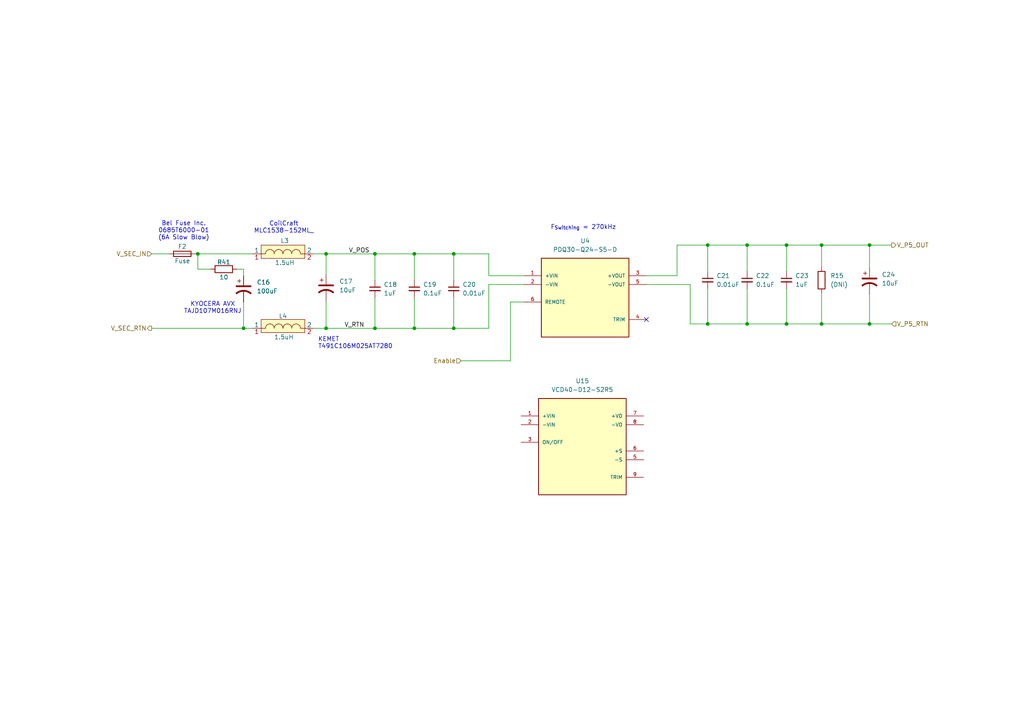
<source format=kicad_sch>
(kicad_sch
	(version 20250114)
	(generator "eeschema")
	(generator_version "9.0")
	(uuid "82076eba-e7ff-4cf0-89a8-1c9a210cd5ad")
	(paper "A4")
	(lib_symbols
		(symbol "Bel_Fuse_Inc:VCD40-D12-S2R5"
			(pin_names
				(offset 1.016)
			)
			(exclude_from_sim no)
			(in_bom yes)
			(on_board yes)
			(property "Reference" "U"
				(at -12.7 13.97 0)
				(effects
					(font
						(size 1.27 1.27)
					)
					(justify left bottom)
				)
			)
			(property "Value" "VCD40-D12-S2R5"
				(at -12.7 -16.51 0)
				(effects
					(font
						(size 1.27 1.27)
					)
					(justify left top)
				)
			)
			(property "Footprint" "Bel_Fuse_Inc:CONV_VCD40-D12-S2R5"
				(at 0 0 0)
				(effects
					(font
						(size 1.27 1.27)
					)
					(justify bottom)
					(hide yes)
				)
			)
			(property "Datasheet" "https://belfuse.com/media/datasheets/products/power-supplies/VCD40.pdf"
				(at 0 0 0)
				(effects
					(font
						(size 1.27 1.27)
					)
					(hide yes)
				)
			)
			(property "Description" "Isolated Module DC DC Converter 1 Output 2.5V 10A 9V - 18V Input"
				(at 0 0 0)
				(effects
					(font
						(size 1.27 1.27)
					)
					(hide yes)
				)
			)
			(property "Manufacturer" "Bel Power Solutions"
				(at 0 0 0)
				(effects
					(font
						(size 1.27 1.27)
					)
					(justify bottom)
					(hide yes)
				)
			)
			(property "ManufacturerPN" "VCD40-D12-S2R5"
				(at 0 0 0)
				(effects
					(font
						(size 1.27 1.27)
					)
					(hide yes)
				)
			)
			(property "Vendor" "Digikey"
				(at 0 0 0)
				(effects
					(font
						(size 1.27 1.27)
					)
					(hide yes)
				)
			)
			(property "VendorPN" "VCD40-D12-S2R5-ND"
				(at 0 0 0)
				(effects
					(font
						(size 1.27 1.27)
					)
					(hide yes)
				)
			)
			(property "VendorURL" "https://www.digikey.com/en/products/detail/bel-power-solutions/VCD40-D12-S2R5/2162219?s=N4IgjCBcoGwJxVAYygMwIYBsDOBTANCAPZQDaIALGGABxwDsIAuoQA4AuUIAyuwE4BLAHYBzEAF9CDRtBApIGHAWJkQAJjhqYVZm06Qe-YWMngK9CLPmK8hEpHIBmAAwBWczV0gOXXoNEShGCuaq6IcmhYtioO4I5qzs6MLN76hv4m4uJAA"
				(at 0 0 0)
				(effects
					(font
						(size 1.27 1.27)
					)
					(hide yes)
				)
			)
			(property "PARTREV" "1.03"
				(at 0 0 0)
				(effects
					(font
						(size 1.27 1.27)
					)
					(justify bottom)
					(hide yes)
				)
			)
			(property "Efficiency" "88%"
				(at 0 0 0)
				(effects
					(font
						(size 1.27 1.27)
					)
					(hide yes)
				)
			)
			(property "Input Voltage" "9V~18V"
				(at 0 0 0)
				(effects
					(font
						(size 1.27 1.27)
					)
					(hide yes)
				)
			)
			(property "Min Input Current" "0.2A"
				(at 0 0 0)
				(effects
					(font
						(size 1.27 1.27)
					)
					(hide yes)
				)
			)
			(property "Max Input Current" "2.367A"
				(at 0 0 0)
				(effects
					(font
						(size 1.27 1.27)
					)
					(hide yes)
				)
			)
			(property "Max Output Current" "10A"
				(at 0 0 0)
				(effects
					(font
						(size 1.27 1.27)
					)
					(hide yes)
				)
			)
			(property "Max Ripple/Noise" "50mVp/p"
				(at 0 0 0)
				(effects
					(font
						(size 1.27 1.27)
					)
					(hide yes)
				)
			)
			(symbol "VCD40-D12-S2R5_0_0"
				(rectangle
					(start -12.7 -15.24)
					(end 12.7 12.7)
					(stroke
						(width 0.254)
						(type default)
					)
					(fill
						(type background)
					)
				)
				(pin input line
					(at -17.78 7.62 0)
					(length 5.08)
					(name "+VIN"
						(effects
							(font
								(size 1.016 1.016)
							)
						)
					)
					(number "1"
						(effects
							(font
								(size 1.016 1.016)
							)
						)
					)
				)
				(pin input line
					(at -17.78 5.08 0)
					(length 5.08)
					(name "-VIN"
						(effects
							(font
								(size 1.016 1.016)
							)
						)
					)
					(number "2"
						(effects
							(font
								(size 1.016 1.016)
							)
						)
					)
				)
				(pin input line
					(at -17.78 0 0)
					(length 5.08)
					(name "ON/OFF"
						(effects
							(font
								(size 1.016 1.016)
							)
						)
					)
					(number "3"
						(effects
							(font
								(size 1.016 1.016)
							)
						)
					)
				)
				(pin output line
					(at 17.78 7.62 180)
					(length 5.08)
					(name "+VO"
						(effects
							(font
								(size 1.016 1.016)
							)
						)
					)
					(number "7"
						(effects
							(font
								(size 1.016 1.016)
							)
						)
					)
				)
				(pin output line
					(at 17.78 5.08 180)
					(length 5.08)
					(name "-VO"
						(effects
							(font
								(size 1.016 1.016)
							)
						)
					)
					(number "8"
						(effects
							(font
								(size 1.016 1.016)
							)
						)
					)
				)
				(pin output line
					(at 17.78 -2.54 180)
					(length 5.08)
					(name "+S"
						(effects
							(font
								(size 1.016 1.016)
							)
						)
					)
					(number "6"
						(effects
							(font
								(size 1.016 1.016)
							)
						)
					)
				)
				(pin output line
					(at 17.78 -5.08 180)
					(length 5.08)
					(name "-S"
						(effects
							(font
								(size 1.016 1.016)
							)
						)
					)
					(number "5"
						(effects
							(font
								(size 1.016 1.016)
							)
						)
					)
				)
				(pin passive line
					(at 17.78 -10.16 180)
					(length 5.08)
					(name "TRIM"
						(effects
							(font
								(size 1.016 1.016)
							)
						)
					)
					(number "9"
						(effects
							(font
								(size 1.016 1.016)
							)
						)
					)
				)
			)
			(symbol "VCD40-D12-S2R5_1_1"
				(pin no_connect line
					(at -17.78 -5.08 0)
					(length 5.08)
					(hide yes)
					(name "NC"
						(effects
							(font
								(size 1.016 1.016)
							)
						)
					)
					(number "4"
						(effects
							(font
								(size 1.016 1.016)
							)
						)
					)
				)
			)
			(embedded_fonts no)
		)
		(symbol "CUI:PDQ10-Q24-S3-D"
			(pin_names
				(offset 1.016)
			)
			(exclude_from_sim no)
			(in_bom yes)
			(on_board yes)
			(property "Reference" "U"
				(at -12.725 10.1799 0)
				(effects
					(font
						(size 1.27 1.27)
					)
					(justify left bottom)
				)
			)
			(property "Value" "PDQ10-Q24-S3-D"
				(at -12.7248 -15.2698 0)
				(effects
					(font
						(size 1.27 1.27)
					)
					(justify left bottom)
				)
			)
			(property "Footprint" "PDQ10-Q24-S3-D:CONV_PDQ10-Q24-S3-D"
				(at 0 0 0)
				(effects
					(font
						(size 1.27 1.27)
					)
					(justify bottom)
					(hide yes)
				)
			)
			(property "Datasheet" ""
				(at 0 0 0)
				(effects
					(font
						(size 1.27 1.27)
					)
					(hide yes)
				)
			)
			(property "Description" ""
				(at 0 0 0)
				(effects
					(font
						(size 1.27 1.27)
					)
					(hide yes)
				)
			)
			(property "MF" "CUI Inc."
				(at 0 0 0)
				(effects
					(font
						(size 1.27 1.27)
					)
					(justify bottom)
					(hide yes)
				)
			)
			(property "Description_1" "10 W, 4:1 Input Range, Single/Dual Regulated Output, 1500 Vdc Isolation, Dc-Dc Converter"
				(at 0 0 0)
				(effects
					(font
						(size 1.27 1.27)
					)
					(justify bottom)
					(hide yes)
				)
			)
			(property "Package" "DIP-6 CUI"
				(at 0 0 0)
				(effects
					(font
						(size 1.27 1.27)
					)
					(justify bottom)
					(hide yes)
				)
			)
			(property "Price" "None"
				(at 0 0 0)
				(effects
					(font
						(size 1.27 1.27)
					)
					(justify bottom)
					(hide yes)
				)
			)
			(property "Check_prices" "https://www.snapeda.com/parts/PDQ10-Q24-S3-D/CUI/view-part/?ref=eda"
				(at 0 0 0)
				(effects
					(font
						(size 1.27 1.27)
					)
					(justify bottom)
					(hide yes)
				)
			)
			(property "STANDARD" "Manufacturer Recommendations"
				(at 0 0 0)
				(effects
					(font
						(size 1.27 1.27)
					)
					(justify bottom)
					(hide yes)
				)
			)
			(property "PARTREV" "1.0"
				(at 0 0 0)
				(effects
					(font
						(size 1.27 1.27)
					)
					(justify bottom)
					(hide yes)
				)
			)
			(property "SnapEDA_Link" "https://www.snapeda.com/parts/PDQ10-Q24-S3-D/CUI/view-part/?ref=snap"
				(at 0 0 0)
				(effects
					(font
						(size 1.27 1.27)
					)
					(justify bottom)
					(hide yes)
				)
			)
			(property "MP" "PDQ10-Q24-S3-D"
				(at 0 0 0)
				(effects
					(font
						(size 1.27 1.27)
					)
					(justify bottom)
					(hide yes)
				)
			)
			(property "CUI_purchase_URL" "https://www.cui.com/product/dc-dc-converters/isolated/pdq10-d-series?utm_source=snapeda.com&utm_medium=referral&utm_campaign=snapedaBOM"
				(at 0 0 0)
				(effects
					(font
						(size 1.27 1.27)
					)
					(justify bottom)
					(hide yes)
				)
			)
			(property "Availability" "In Stock"
				(at 0 0 0)
				(effects
					(font
						(size 1.27 1.27)
					)
					(justify bottom)
					(hide yes)
				)
			)
			(property "MANUFACTURER" "CUI Inc"
				(at 0 0 0)
				(effects
					(font
						(size 1.27 1.27)
					)
					(justify bottom)
					(hide yes)
				)
			)
			(symbol "PDQ10-Q24-S3-D_0_0"
				(rectangle
					(start -12.7 -12.7)
					(end 12.7 10.16)
					(stroke
						(width 0.254)
						(type default)
					)
					(fill
						(type background)
					)
				)
				(pin input line
					(at -17.78 5.08 0)
					(length 5.08)
					(name "+VIN"
						(effects
							(font
								(size 1.016 1.016)
							)
						)
					)
					(number "1"
						(effects
							(font
								(size 1.016 1.016)
							)
						)
					)
				)
				(pin input line
					(at -17.78 2.54 0)
					(length 5.08)
					(name "-VIN"
						(effects
							(font
								(size 1.016 1.016)
							)
						)
					)
					(number "2"
						(effects
							(font
								(size 1.016 1.016)
							)
						)
					)
				)
				(pin input line
					(at -17.78 -2.54 0)
					(length 5.08)
					(name "REMOTE"
						(effects
							(font
								(size 1.016 1.016)
							)
						)
					)
					(number "6"
						(effects
							(font
								(size 1.016 1.016)
							)
						)
					)
				)
				(pin output line
					(at 17.78 5.08 180)
					(length 5.08)
					(name "+VOUT"
						(effects
							(font
								(size 1.016 1.016)
							)
						)
					)
					(number "3"
						(effects
							(font
								(size 1.016 1.016)
							)
						)
					)
				)
				(pin output line
					(at 17.78 2.54 180)
					(length 5.08)
					(name "-VOUT"
						(effects
							(font
								(size 1.016 1.016)
							)
						)
					)
					(number "5"
						(effects
							(font
								(size 1.016 1.016)
							)
						)
					)
				)
				(pin passive line
					(at 17.78 -7.62 180)
					(length 5.08)
					(name "TRIM"
						(effects
							(font
								(size 1.016 1.016)
							)
						)
					)
					(number "4"
						(effects
							(font
								(size 1.016 1.016)
							)
						)
					)
				)
			)
			(embedded_fonts no)
		)
		(symbol "CoilCraft:MLC7542"
			(pin_names
				(offset 0)
			)
			(exclude_from_sim no)
			(in_bom yes)
			(on_board yes)
			(property "Reference" "L"
				(at 5.334 3.81 0)
				(effects
					(font
						(size 1.27 1.27)
					)
				)
			)
			(property "Value" ""
				(at 6.35 3.302 0)
				(effects
					(font
						(size 1.27 1.27)
					)
				)
			)
			(property "Footprint" ""
				(at 6.35 3.302 0)
				(effects
					(font
						(size 1.27 1.27)
					)
					(hide yes)
				)
			)
			(property "Datasheet" ""
				(at 6.35 3.302 0)
				(effects
					(font
						(size 1.27 1.27)
					)
					(hide yes)
				)
			)
			(property "Description" ""
				(at 6.35 3.302 0)
				(effects
					(font
						(size 1.27 1.27)
					)
					(hide yes)
				)
			)
			(property "Manufacturer" "Coil Craft"
				(at 0 0 0)
				(effects
					(font
						(size 1.27 1.27)
					)
					(hide yes)
				)
			)
			(property "Man. Part Num" ""
				(at 0 0 0)
				(effects
					(font
						(size 1.27 1.27)
					)
					(hide yes)
				)
			)
			(property "Distributor" "Coil Craft"
				(at 0 0 0)
				(effects
					(font
						(size 1.27 1.27)
					)
					(hide yes)
				)
			)
			(property "Dist. Part Num" ""
				(at 0 0 0)
				(effects
					(font
						(size 1.27 1.27)
					)
					(hide yes)
				)
			)
			(property "Package" ""
				(at 0 0 0)
				(effects
					(font
						(size 1.27 1.27)
					)
					(hide yes)
				)
			)
			(property "Notes" ""
				(at 0 0 0)
				(effects
					(font
						(size 1.27 1.27)
					)
					(hide yes)
				)
			)
			(property "Part Type" "SMD"
				(at 0 0 0)
				(effects
					(font
						(size 1.27 1.27)
					)
					(hide yes)
				)
			)
			(symbol "MLC7542_0_1"
				(arc
					(start 1.27 0)
					(mid 1.642 0.898)
					(end 2.54 1.27)
					(stroke
						(width 0)
						(type default)
					)
					(fill
						(type none)
					)
				)
				(arc
					(start 2.54 1.27)
					(mid 3.438 0.898)
					(end 3.81 0)
					(stroke
						(width 0)
						(type default)
					)
					(fill
						(type none)
					)
				)
				(arc
					(start 3.81 0)
					(mid 4.182 0.898)
					(end 5.08 1.27)
					(stroke
						(width 0)
						(type default)
					)
					(fill
						(type none)
					)
				)
				(arc
					(start 5.08 1.27)
					(mid 5.978 0.898)
					(end 6.35 0)
					(stroke
						(width 0)
						(type default)
					)
					(fill
						(type none)
					)
				)
				(arc
					(start 6.35 0)
					(mid 6.722 0.898)
					(end 7.62 1.27)
					(stroke
						(width 0)
						(type default)
					)
					(fill
						(type none)
					)
				)
				(arc
					(start 7.62 1.27)
					(mid 8.518 0.898)
					(end 8.89 0)
					(stroke
						(width 0)
						(type default)
					)
					(fill
						(type none)
					)
				)
				(arc
					(start 8.89 0)
					(mid 9.262 0.898)
					(end 10.16 1.27)
					(stroke
						(width 0)
						(type default)
					)
					(fill
						(type none)
					)
				)
				(arc
					(start 10.16 1.27)
					(mid 11.058 0.898)
					(end 11.43 0)
					(stroke
						(width 0)
						(type default)
					)
					(fill
						(type none)
					)
				)
			)
			(symbol "MLC7542_1_1"
				(rectangle
					(start 0 2.54)
					(end 12.7 -1.27)
					(stroke
						(width 0)
						(type default)
					)
					(fill
						(type background)
					)
				)
				(polyline
					(pts
						(xy 1.27 0) (xy 0 0)
					)
					(stroke
						(width 0)
						(type default)
					)
					(fill
						(type none)
					)
				)
				(polyline
					(pts
						(xy 11.43 0) (xy 12.7 0)
					)
					(stroke
						(width 0)
						(type default)
					)
					(fill
						(type none)
					)
				)
				(pin bidirectional line
					(at -2.54 0 0)
					(length 2.54)
					(name "1"
						(effects
							(font
								(size 1.27 1.27)
							)
						)
					)
					(number "1"
						(effects
							(font
								(size 1.27 1.27)
							)
						)
					)
				)
				(pin bidirectional line
					(at 15.24 0 180)
					(length 2.54)
					(name "2"
						(effects
							(font
								(size 1.27 1.27)
							)
						)
					)
					(number "2"
						(effects
							(font
								(size 1.27 1.27)
							)
						)
					)
				)
			)
			(embedded_fonts no)
		)
		(symbol "Device:C_Polarized_US"
			(pin_numbers
				(hide yes)
			)
			(pin_names
				(offset 0.254)
				(hide yes)
			)
			(exclude_from_sim no)
			(in_bom yes)
			(on_board yes)
			(property "Reference" "C"
				(at 0.635 2.54 0)
				(effects
					(font
						(size 1.27 1.27)
					)
					(justify left)
				)
			)
			(property "Value" "C_Polarized_US"
				(at 0.635 -2.54 0)
				(effects
					(font
						(size 1.27 1.27)
					)
					(justify left)
				)
			)
			(property "Footprint" ""
				(at 0 0 0)
				(effects
					(font
						(size 1.27 1.27)
					)
					(hide yes)
				)
			)
			(property "Datasheet" "~"
				(at 0 0 0)
				(effects
					(font
						(size 1.27 1.27)
					)
					(hide yes)
				)
			)
			(property "Description" "Polarized capacitor, US symbol"
				(at 0 0 0)
				(effects
					(font
						(size 1.27 1.27)
					)
					(hide yes)
				)
			)
			(property "ki_keywords" "cap capacitor"
				(at 0 0 0)
				(effects
					(font
						(size 1.27 1.27)
					)
					(hide yes)
				)
			)
			(property "ki_fp_filters" "CP_*"
				(at 0 0 0)
				(effects
					(font
						(size 1.27 1.27)
					)
					(hide yes)
				)
			)
			(symbol "C_Polarized_US_0_1"
				(polyline
					(pts
						(xy -2.032 0.762) (xy 2.032 0.762)
					)
					(stroke
						(width 0.508)
						(type default)
					)
					(fill
						(type none)
					)
				)
				(polyline
					(pts
						(xy -1.778 2.286) (xy -0.762 2.286)
					)
					(stroke
						(width 0)
						(type default)
					)
					(fill
						(type none)
					)
				)
				(polyline
					(pts
						(xy -1.27 1.778) (xy -1.27 2.794)
					)
					(stroke
						(width 0)
						(type default)
					)
					(fill
						(type none)
					)
				)
				(arc
					(start -2.032 -1.27)
					(mid 0 -0.5572)
					(end 2.032 -1.27)
					(stroke
						(width 0.508)
						(type default)
					)
					(fill
						(type none)
					)
				)
			)
			(symbol "C_Polarized_US_1_1"
				(pin passive line
					(at 0 3.81 270)
					(length 2.794)
					(name "~"
						(effects
							(font
								(size 1.27 1.27)
							)
						)
					)
					(number "1"
						(effects
							(font
								(size 1.27 1.27)
							)
						)
					)
				)
				(pin passive line
					(at 0 -3.81 90)
					(length 3.302)
					(name "~"
						(effects
							(font
								(size 1.27 1.27)
							)
						)
					)
					(number "2"
						(effects
							(font
								(size 1.27 1.27)
							)
						)
					)
				)
			)
			(embedded_fonts no)
		)
		(symbol "Device:C_Small"
			(pin_numbers
				(hide yes)
			)
			(pin_names
				(offset 0.254)
				(hide yes)
			)
			(exclude_from_sim no)
			(in_bom yes)
			(on_board yes)
			(property "Reference" "C"
				(at 0.254 1.778 0)
				(effects
					(font
						(size 1.27 1.27)
					)
					(justify left)
				)
			)
			(property "Value" "C_Small"
				(at 0.254 -2.032 0)
				(effects
					(font
						(size 1.27 1.27)
					)
					(justify left)
				)
			)
			(property "Footprint" ""
				(at 0 0 0)
				(effects
					(font
						(size 1.27 1.27)
					)
					(hide yes)
				)
			)
			(property "Datasheet" "~"
				(at 0 0 0)
				(effects
					(font
						(size 1.27 1.27)
					)
					(hide yes)
				)
			)
			(property "Description" "Unpolarized capacitor, small symbol"
				(at 0 0 0)
				(effects
					(font
						(size 1.27 1.27)
					)
					(hide yes)
				)
			)
			(property "ki_keywords" "capacitor cap"
				(at 0 0 0)
				(effects
					(font
						(size 1.27 1.27)
					)
					(hide yes)
				)
			)
			(property "ki_fp_filters" "C_*"
				(at 0 0 0)
				(effects
					(font
						(size 1.27 1.27)
					)
					(hide yes)
				)
			)
			(symbol "C_Small_0_1"
				(polyline
					(pts
						(xy -1.524 0.508) (xy 1.524 0.508)
					)
					(stroke
						(width 0.3048)
						(type default)
					)
					(fill
						(type none)
					)
				)
				(polyline
					(pts
						(xy -1.524 -0.508) (xy 1.524 -0.508)
					)
					(stroke
						(width 0.3302)
						(type default)
					)
					(fill
						(type none)
					)
				)
			)
			(symbol "C_Small_1_1"
				(pin passive line
					(at 0 2.54 270)
					(length 2.032)
					(name "~"
						(effects
							(font
								(size 1.27 1.27)
							)
						)
					)
					(number "1"
						(effects
							(font
								(size 1.27 1.27)
							)
						)
					)
				)
				(pin passive line
					(at 0 -2.54 90)
					(length 2.032)
					(name "~"
						(effects
							(font
								(size 1.27 1.27)
							)
						)
					)
					(number "2"
						(effects
							(font
								(size 1.27 1.27)
							)
						)
					)
				)
			)
			(embedded_fonts no)
		)
		(symbol "Device:Fuse"
			(pin_numbers
				(hide yes)
			)
			(pin_names
				(offset 0)
			)
			(exclude_from_sim no)
			(in_bom yes)
			(on_board yes)
			(property "Reference" "F"
				(at 2.032 0 90)
				(effects
					(font
						(size 1.27 1.27)
					)
				)
			)
			(property "Value" "Fuse"
				(at -1.905 0 90)
				(effects
					(font
						(size 1.27 1.27)
					)
				)
			)
			(property "Footprint" ""
				(at -1.778 0 90)
				(effects
					(font
						(size 1.27 1.27)
					)
					(hide yes)
				)
			)
			(property "Datasheet" "~"
				(at 0 0 0)
				(effects
					(font
						(size 1.27 1.27)
					)
					(hide yes)
				)
			)
			(property "Description" "Fuse"
				(at 0 0 0)
				(effects
					(font
						(size 1.27 1.27)
					)
					(hide yes)
				)
			)
			(property "ki_keywords" "fuse"
				(at 0 0 0)
				(effects
					(font
						(size 1.27 1.27)
					)
					(hide yes)
				)
			)
			(property "ki_fp_filters" "*Fuse*"
				(at 0 0 0)
				(effects
					(font
						(size 1.27 1.27)
					)
					(hide yes)
				)
			)
			(symbol "Fuse_0_1"
				(rectangle
					(start -0.762 -2.54)
					(end 0.762 2.54)
					(stroke
						(width 0.254)
						(type default)
					)
					(fill
						(type none)
					)
				)
				(polyline
					(pts
						(xy 0 2.54) (xy 0 -2.54)
					)
					(stroke
						(width 0)
						(type default)
					)
					(fill
						(type none)
					)
				)
			)
			(symbol "Fuse_1_1"
				(pin passive line
					(at 0 3.81 270)
					(length 1.27)
					(name "~"
						(effects
							(font
								(size 1.27 1.27)
							)
						)
					)
					(number "1"
						(effects
							(font
								(size 1.27 1.27)
							)
						)
					)
				)
				(pin passive line
					(at 0 -3.81 90)
					(length 1.27)
					(name "~"
						(effects
							(font
								(size 1.27 1.27)
							)
						)
					)
					(number "2"
						(effects
							(font
								(size 1.27 1.27)
							)
						)
					)
				)
			)
			(embedded_fonts no)
		)
		(symbol "Device:R"
			(pin_numbers
				(hide yes)
			)
			(pin_names
				(offset 0)
			)
			(exclude_from_sim no)
			(in_bom yes)
			(on_board yes)
			(property "Reference" "R"
				(at 2.032 0 90)
				(effects
					(font
						(size 1.27 1.27)
					)
				)
			)
			(property "Value" "R"
				(at 0 0 90)
				(effects
					(font
						(size 1.27 1.27)
					)
				)
			)
			(property "Footprint" ""
				(at -1.778 0 90)
				(effects
					(font
						(size 1.27 1.27)
					)
					(hide yes)
				)
			)
			(property "Datasheet" "~"
				(at 0 0 0)
				(effects
					(font
						(size 1.27 1.27)
					)
					(hide yes)
				)
			)
			(property "Description" "Resistor"
				(at 0 0 0)
				(effects
					(font
						(size 1.27 1.27)
					)
					(hide yes)
				)
			)
			(property "ki_keywords" "R res resistor"
				(at 0 0 0)
				(effects
					(font
						(size 1.27 1.27)
					)
					(hide yes)
				)
			)
			(property "ki_fp_filters" "R_*"
				(at 0 0 0)
				(effects
					(font
						(size 1.27 1.27)
					)
					(hide yes)
				)
			)
			(symbol "R_0_1"
				(rectangle
					(start -1.016 -2.54)
					(end 1.016 2.54)
					(stroke
						(width 0.254)
						(type default)
					)
					(fill
						(type none)
					)
				)
			)
			(symbol "R_1_1"
				(pin passive line
					(at 0 3.81 270)
					(length 1.27)
					(name "~"
						(effects
							(font
								(size 1.27 1.27)
							)
						)
					)
					(number "1"
						(effects
							(font
								(size 1.27 1.27)
							)
						)
					)
				)
				(pin passive line
					(at 0 -3.81 90)
					(length 1.27)
					(name "~"
						(effects
							(font
								(size 1.27 1.27)
							)
						)
					)
					(number "2"
						(effects
							(font
								(size 1.27 1.27)
							)
						)
					)
				)
			)
			(embedded_fonts no)
		)
	)
	(text "CoilCraft\nMLC1538-152ML_"
		(exclude_from_sim no)
		(at 82.3315 66.0091 0)
		(effects
			(font
				(size 1.27 1.27)
			)
		)
		(uuid "1fe24450-1c67-4f10-8e52-f7eae117a5d7")
	)
	(text "F_{Switching} = 270kHz"
		(exclude_from_sim no)
		(at 169.1995 66.0091 0)
		(effects
			(font
				(size 1.27 1.27)
			)
		)
		(uuid "3aa17663-75a1-4877-aa29-18f6cfafd42c")
	)
	(text "KEMET\nT491C106M025AT7280"
		(exclude_from_sim no)
		(at 92.2375 99.5371 0)
		(effects
			(font
				(size 1.27 1.27)
			)
			(justify left)
		)
		(uuid "714a641c-785b-4146-9b58-be34b9c1e991")
	)
	(text "Bel Fuse Inc.\n0685T6000-01\n(6A Slow Blow)"
		(exclude_from_sim no)
		(at 53.3097 66.9507 0)
		(effects
			(font
				(size 1.27 1.27)
			)
		)
		(uuid "8e840a19-da00-47c6-9d9c-0df72b98c509")
	)
	(text "KYOCERA AVX\nTAJD107M016RNJ"
		(exclude_from_sim no)
		(at 61.7005 89.3261 0)
		(effects
			(font
				(size 1.27 1.27)
			)
		)
		(uuid "b6328784-6395-42f4-8c1f-bc9a40ee1246")
	)
	(junction
		(at 120.1775 73.6291)
		(diameter 0)
		(color 0 0 0 0)
		(uuid "219a889b-1ac2-4f4a-9c17-d1ab04259ea6")
	)
	(junction
		(at 238.2875 93.9491)
		(diameter 0)
		(color 0 0 0 0)
		(uuid "244b0e78-29c8-49a0-8ddb-8d14dba26982")
	)
	(junction
		(at 57.3778 73.6291)
		(diameter 0)
		(color 0 0 0 0)
		(uuid "2a745802-2c7a-4ee1-b1f0-fb6c35737119")
	)
	(junction
		(at 216.6975 93.9491)
		(diameter 0)
		(color 0 0 0 0)
		(uuid "47be207a-1765-42c4-8b5d-b1766f008352")
	)
	(junction
		(at 228.1275 71.0891)
		(diameter 0)
		(color 0 0 0 0)
		(uuid "6e96c343-448a-495b-bd68-228156c7190a")
	)
	(junction
		(at 108.7475 73.6291)
		(diameter 0)
		(color 0 0 0 0)
		(uuid "7f4d10ce-756a-49bb-a12d-b9a320a1b727")
	)
	(junction
		(at 205.2675 71.0891)
		(diameter 0)
		(color 0 0 0 0)
		(uuid "8123da6a-4bd9-407a-b4b0-535ea3766474")
	)
	(junction
		(at 238.2875 71.0891)
		(diameter 0)
		(color 0 0 0 0)
		(uuid "8331b0af-2532-4712-ae29-33642356538e")
	)
	(junction
		(at 94.5753 73.6291)
		(diameter 0)
		(color 0 0 0 0)
		(uuid "85796137-0887-4bdf-80e6-198e79585e17")
	)
	(junction
		(at 252.1926 93.9491)
		(diameter 0)
		(color 0 0 0 0)
		(uuid "9d27a1a9-1a20-47ab-87db-5816b28bc2c5")
	)
	(junction
		(at 94.5753 95.2191)
		(diameter 0)
		(color 0 0 0 0)
		(uuid "b8cdde66-e345-4c3f-9227-0e9a9d2c70d1")
	)
	(junction
		(at 205.2675 93.9491)
		(diameter 0)
		(color 0 0 0 0)
		(uuid "c1ca816c-9ac7-4c0f-a479-46b44e02ad5f")
	)
	(junction
		(at 131.6075 95.2191)
		(diameter 0)
		(color 0 0 0 0)
		(uuid "cbac6bc2-1f25-468f-b1d1-de36da7ec004")
	)
	(junction
		(at 252.1926 71.0891)
		(diameter 0)
		(color 0 0 0 0)
		(uuid "dc528ba2-ee8e-40ca-b56f-80e85287927a")
	)
	(junction
		(at 70.6475 95.2191)
		(diameter 0)
		(color 0 0 0 0)
		(uuid "e2c37c69-5f11-453a-b5bf-a0300fa55786")
	)
	(junction
		(at 131.6075 73.6291)
		(diameter 0)
		(color 0 0 0 0)
		(uuid "ec8f23ca-86dd-46fa-acc6-014d186f535e")
	)
	(junction
		(at 108.7475 95.2191)
		(diameter 0)
		(color 0 0 0 0)
		(uuid "f15f2b89-372b-4704-967b-ef722f0084e6")
	)
	(junction
		(at 228.1275 93.9491)
		(diameter 0)
		(color 0 0 0 0)
		(uuid "f6d4f200-6120-4632-8026-5be0f9c0b1fb")
	)
	(junction
		(at 120.1775 95.2191)
		(diameter 0)
		(color 0 0 0 0)
		(uuid "fd30eb01-a04f-4d7b-b240-59d996c10785")
	)
	(junction
		(at 216.6975 71.0891)
		(diameter 0)
		(color 0 0 0 0)
		(uuid "ff409065-6fd1-46be-a589-eed39b8bd971")
	)
	(no_connect
		(at 187.4875 92.6791)
		(uuid "3854f078-e51f-4de0-a48d-c3b78d66e3f5")
	)
	(wire
		(pts
			(xy 216.6975 71.0891) (xy 228.1275 71.0891)
		)
		(stroke
			(width 0)
			(type default)
		)
		(uuid "06775f08-1215-4bdd-b030-c77f394beec4")
	)
	(wire
		(pts
			(xy 70.6475 95.2191) (xy 73.1875 95.2191)
		)
		(stroke
			(width 0)
			(type default)
		)
		(uuid "1452f84e-7c07-4476-9c63-38ed735724b2")
	)
	(wire
		(pts
			(xy 187.4875 82.5191) (xy 200.1875 82.5191)
		)
		(stroke
			(width 0)
			(type default)
		)
		(uuid "15dcb338-e20d-4091-9119-7039907ead8e")
	)
	(wire
		(pts
			(xy 238.2875 93.9491) (xy 252.1926 93.9491)
		)
		(stroke
			(width 0)
			(type default)
		)
		(uuid "1666f227-4d82-468a-bff4-205b97f7d6ca")
	)
	(wire
		(pts
			(xy 228.1275 83.7891) (xy 228.1275 93.9491)
		)
		(stroke
			(width 0)
			(type default)
		)
		(uuid "16b68277-ed3e-47d3-a97e-ed49c03cd7f8")
	)
	(wire
		(pts
			(xy 141.7675 79.9791) (xy 151.9275 79.9791)
		)
		(stroke
			(width 0)
			(type default)
		)
		(uuid "16bc279d-d2b2-430e-9848-8af58a7558a5")
	)
	(wire
		(pts
			(xy 205.2675 71.0891) (xy 205.2675 78.7091)
		)
		(stroke
			(width 0)
			(type default)
		)
		(uuid "1d571eff-b160-4440-a67c-f4243b488d81")
	)
	(wire
		(pts
			(xy 43.9775 95.2191) (xy 70.6475 95.2191)
		)
		(stroke
			(width 0)
			(type default)
		)
		(uuid "21370208-30a1-40a6-b8cc-e98665a8157b")
	)
	(wire
		(pts
			(xy 94.5753 87.3382) (xy 94.5753 95.2191)
		)
		(stroke
			(width 0)
			(type default)
		)
		(uuid "24499252-2946-4911-87c4-47f7674784fe")
	)
	(wire
		(pts
			(xy 108.7475 86.3291) (xy 108.7475 95.2191)
		)
		(stroke
			(width 0)
			(type default)
		)
		(uuid "26f3a56f-330a-49d2-8c39-0c41ed5509e7")
	)
	(wire
		(pts
			(xy 68.7199 78.0683) (xy 70.6475 78.0683)
		)
		(stroke
			(width 0)
			(type default)
		)
		(uuid "2cc4211e-acc5-4e38-9694-ff827c1ea01f")
	)
	(wire
		(pts
			(xy 108.7475 73.6291) (xy 108.7475 81.2491)
		)
		(stroke
			(width 0)
			(type default)
		)
		(uuid "307ea3f8-903e-464f-ac70-d50637fc9c23")
	)
	(wire
		(pts
			(xy 200.1875 82.5191) (xy 200.1875 93.9491)
		)
		(stroke
			(width 0)
			(type default)
		)
		(uuid "32e3b5c3-496e-4b0a-b5b2-6a751dd5ed8a")
	)
	(wire
		(pts
			(xy 252.1926 85.353) (xy 252.1926 93.9491)
		)
		(stroke
			(width 0)
			(type default)
		)
		(uuid "371a7637-159a-40ae-863e-f575066a1a88")
	)
	(wire
		(pts
			(xy 43.9775 73.6291) (xy 49.0575 73.6291)
		)
		(stroke
			(width 0)
			(type default)
		)
		(uuid "3738105b-f5e4-4f20-a73d-2c14ba32b003")
	)
	(wire
		(pts
			(xy 216.6975 83.7891) (xy 216.6975 93.9491)
		)
		(stroke
			(width 0)
			(type default)
		)
		(uuid "379a6ad1-500e-433e-acaf-f21d1dd9e00c")
	)
	(wire
		(pts
			(xy 94.5753 95.2191) (xy 90.9675 95.2191)
		)
		(stroke
			(width 0)
			(type default)
		)
		(uuid "3bb5248c-0be5-43d0-8a02-c2f01d4d02f7")
	)
	(wire
		(pts
			(xy 131.6075 95.2191) (xy 120.1775 95.2191)
		)
		(stroke
			(width 0)
			(type default)
		)
		(uuid "4b01000e-b93a-4838-b899-2a1031a87ab3")
	)
	(wire
		(pts
			(xy 148.0517 87.5991) (xy 151.9275 87.5991)
		)
		(stroke
			(width 0)
			(type default)
		)
		(uuid "4e3c2f7a-31c4-4485-9f7f-ff036fba0385")
	)
	(wire
		(pts
			(xy 141.7675 82.5191) (xy 151.9275 82.5191)
		)
		(stroke
			(width 0)
			(type default)
		)
		(uuid "506917f4-b672-4cfd-ad0a-aa5b83a308e3")
	)
	(wire
		(pts
			(xy 205.2675 83.7891) (xy 205.2675 93.9491)
		)
		(stroke
			(width 0)
			(type default)
		)
		(uuid "5306cec3-162c-4567-ba69-02e1ec334e04")
	)
	(wire
		(pts
			(xy 228.1275 93.9491) (xy 238.2875 93.9491)
		)
		(stroke
			(width 0)
			(type default)
		)
		(uuid "57a25cea-17a0-40d2-a2f5-b3a865a07132")
	)
	(wire
		(pts
			(xy 238.2875 71.0891) (xy 238.2875 77.4391)
		)
		(stroke
			(width 0)
			(type default)
		)
		(uuid "57faaba1-fa7b-4df1-b62e-e7799a70aa69")
	)
	(wire
		(pts
			(xy 196.3775 71.0891) (xy 205.2675 71.0891)
		)
		(stroke
			(width 0)
			(type default)
		)
		(uuid "5a35d890-16c1-4248-9882-84af5a71cf18")
	)
	(wire
		(pts
			(xy 216.6975 71.0891) (xy 216.6975 78.7091)
		)
		(stroke
			(width 0)
			(type default)
		)
		(uuid "5b9a585d-2c79-4df9-9c52-5ba6f367813a")
	)
	(wire
		(pts
			(xy 56.6775 73.6291) (xy 57.3778 73.6291)
		)
		(stroke
			(width 0)
			(type default)
		)
		(uuid "5f2ae93c-71ba-4093-b481-542c13e3defb")
	)
	(wire
		(pts
			(xy 205.2675 93.9491) (xy 216.6975 93.9491)
		)
		(stroke
			(width 0)
			(type default)
		)
		(uuid "61888cb4-0e50-441e-b4c1-1d05be056264")
	)
	(wire
		(pts
			(xy 133.7223 104.6472) (xy 148.0517 104.6472)
		)
		(stroke
			(width 0)
			(type default)
		)
		(uuid "6c203e39-8d34-4b03-b7c2-c94b3b4d3bb9")
	)
	(wire
		(pts
			(xy 228.1275 71.0891) (xy 228.1275 78.7091)
		)
		(stroke
			(width 0)
			(type default)
		)
		(uuid "6f67691b-5574-499b-9bf6-6b23898258ed")
	)
	(wire
		(pts
			(xy 196.3775 71.0891) (xy 196.3775 79.9791)
		)
		(stroke
			(width 0)
			(type default)
		)
		(uuid "76b5ccc5-9f07-4264-bf63-26ba99efa1dc")
	)
	(wire
		(pts
			(xy 94.5753 79.7182) (xy 94.5753 73.6291)
		)
		(stroke
			(width 0)
			(type default)
		)
		(uuid "7784e4a3-b9b9-4b5c-8ae7-47de53feed75")
	)
	(wire
		(pts
			(xy 94.5753 95.2191) (xy 108.7475 95.2191)
		)
		(stroke
			(width 0)
			(type default)
		)
		(uuid "793d7312-5a2d-4fd8-bef8-34e197f803fe")
	)
	(wire
		(pts
			(xy 148.0517 104.6472) (xy 148.0517 87.5991)
		)
		(stroke
			(width 0)
			(type default)
		)
		(uuid "7f56ec21-001f-4e4c-988f-ee2a968041c9")
	)
	(wire
		(pts
			(xy 131.6075 73.6291) (xy 131.6075 81.2491)
		)
		(stroke
			(width 0)
			(type default)
		)
		(uuid "874c1d1e-36e9-4886-a7b6-f1ad8ff223c7")
	)
	(wire
		(pts
			(xy 61.0999 78.0683) (xy 57.3778 78.0683)
		)
		(stroke
			(width 0)
			(type default)
		)
		(uuid "8bb051f2-d21a-48fc-a577-c438dd0b3691")
	)
	(wire
		(pts
			(xy 200.1875 93.9491) (xy 205.2675 93.9491)
		)
		(stroke
			(width 0)
			(type default)
		)
		(uuid "8cca8aee-ab82-406a-861b-6795c66b8081")
	)
	(wire
		(pts
			(xy 108.7475 73.6291) (xy 120.1775 73.6291)
		)
		(stroke
			(width 0)
			(type default)
		)
		(uuid "94071c7d-c9a9-4299-adac-33a40fb21f3e")
	)
	(wire
		(pts
			(xy 252.1926 77.733) (xy 252.1926 71.0891)
		)
		(stroke
			(width 0)
			(type default)
		)
		(uuid "9476b755-25bc-4132-822b-f055943b273b")
	)
	(wire
		(pts
			(xy 120.1775 73.6291) (xy 131.6075 73.6291)
		)
		(stroke
			(width 0)
			(type default)
		)
		(uuid "a45419e9-8f12-4ac7-ae8f-7d91f8d61cb8")
	)
	(wire
		(pts
			(xy 57.3778 78.0683) (xy 57.3778 73.6291)
		)
		(stroke
			(width 0)
			(type default)
		)
		(uuid "a692c26d-706a-4f40-a574-9403070d14e6")
	)
	(wire
		(pts
			(xy 205.2675 71.0891) (xy 216.6975 71.0891)
		)
		(stroke
			(width 0)
			(type default)
		)
		(uuid "ab9f315a-9f25-43e1-9204-78921cd3b590")
	)
	(wire
		(pts
			(xy 196.3775 79.9791) (xy 187.4875 79.9791)
		)
		(stroke
			(width 0)
			(type default)
		)
		(uuid "abcd0b4a-dff0-4104-9538-fa797da037ef")
	)
	(wire
		(pts
			(xy 131.6075 86.3291) (xy 131.6075 95.2191)
		)
		(stroke
			(width 0)
			(type default)
		)
		(uuid "abd81abc-a67e-4bcf-b357-eb3b9cdc9fc1")
	)
	(wire
		(pts
			(xy 141.7675 73.6291) (xy 141.7675 79.9791)
		)
		(stroke
			(width 0)
			(type default)
		)
		(uuid "b757e8db-78cc-4e91-8222-87970ab27dd8")
	)
	(wire
		(pts
			(xy 228.1275 71.0891) (xy 238.2875 71.0891)
		)
		(stroke
			(width 0)
			(type default)
		)
		(uuid "c4c62d84-3fb7-401e-9ade-3d84c6b66bc3")
	)
	(wire
		(pts
			(xy 57.3778 73.6291) (xy 73.1875 73.6291)
		)
		(stroke
			(width 0)
			(type default)
		)
		(uuid "ccc5949a-5fcf-45e4-800e-63cd3de1bd4f")
	)
	(wire
		(pts
			(xy 70.6475 87.5991) (xy 70.6475 95.2191)
		)
		(stroke
			(width 0)
			(type default)
		)
		(uuid "cd92f298-2a27-45c0-b359-221dcc5a3507")
	)
	(wire
		(pts
			(xy 238.2875 71.0891) (xy 252.1926 71.0891)
		)
		(stroke
			(width 0)
			(type default)
		)
		(uuid "d02ee494-0636-41ff-96a4-145ae563e843")
	)
	(wire
		(pts
			(xy 70.6475 78.0683) (xy 70.6475 79.9791)
		)
		(stroke
			(width 0)
			(type default)
		)
		(uuid "d61004f3-c026-4ea3-88e9-ec82b1e366c6")
	)
	(wire
		(pts
			(xy 131.6075 73.6291) (xy 141.7675 73.6291)
		)
		(stroke
			(width 0)
			(type default)
		)
		(uuid "d78c27df-2200-43ae-a1cd-a48ce087823b")
	)
	(wire
		(pts
			(xy 216.6975 93.9491) (xy 228.1275 93.9491)
		)
		(stroke
			(width 0)
			(type default)
		)
		(uuid "d7ef33a0-c4d8-4535-9f5c-fdff91ad397d")
	)
	(wire
		(pts
			(xy 94.5753 73.6291) (xy 90.9675 73.6291)
		)
		(stroke
			(width 0)
			(type default)
		)
		(uuid "da66e66b-9c40-4edd-8ed8-b492377cc10a")
	)
	(wire
		(pts
			(xy 238.2875 85.0591) (xy 238.2875 93.9491)
		)
		(stroke
			(width 0)
			(type default)
		)
		(uuid "db4475e3-7e82-4884-85d3-d1d66e1bb78f")
	)
	(wire
		(pts
			(xy 141.7675 95.2191) (xy 131.6075 95.2191)
		)
		(stroke
			(width 0)
			(type default)
		)
		(uuid "ddbbe815-3d57-4cf2-b932-b35ecccc2506")
	)
	(wire
		(pts
			(xy 141.7675 82.5191) (xy 141.7675 95.2191)
		)
		(stroke
			(width 0)
			(type default)
		)
		(uuid "df5b51a3-fee5-4b73-b148-8c1aae6a8a55")
	)
	(wire
		(pts
			(xy 252.1926 71.0891) (xy 258.6075 71.0891)
		)
		(stroke
			(width 0)
			(type default)
		)
		(uuid "e44fedfd-5cb0-4753-ade2-21a85bb3b79a")
	)
	(wire
		(pts
			(xy 120.1775 95.2191) (xy 108.7475 95.2191)
		)
		(stroke
			(width 0)
			(type default)
		)
		(uuid "eda54982-c023-4845-a99e-948fcc29b5aa")
	)
	(wire
		(pts
			(xy 94.5753 73.6291) (xy 108.7475 73.6291)
		)
		(stroke
			(width 0)
			(type default)
		)
		(uuid "f02319bf-62e4-487f-99c3-ef46a6a5b163")
	)
	(wire
		(pts
			(xy 120.1775 86.3291) (xy 120.1775 95.2191)
		)
		(stroke
			(width 0)
			(type default)
		)
		(uuid "f5657835-32c8-4923-b5e4-27badf30e6dd")
	)
	(wire
		(pts
			(xy 252.1926 93.9491) (xy 258.6075 93.9491)
		)
		(stroke
			(width 0)
			(type default)
		)
		(uuid "f98b7211-9e3d-4412-b85a-b3d1c0a817ef")
	)
	(wire
		(pts
			(xy 120.1775 73.6291) (xy 120.1775 81.2491)
		)
		(stroke
			(width 0)
			(type default)
		)
		(uuid "fd6a9e03-5a64-4a31-b348-f2250404bd9e")
	)
	(label "V_POS"
		(at 101.1275 73.6291 0)
		(effects
			(font
				(size 1.27 1.27)
			)
			(justify left bottom)
		)
		(uuid "9c502c63-e421-4ef2-ae01-6e34061eb851")
	)
	(label "V_RTN"
		(at 99.8575 95.2191 0)
		(effects
			(font
				(size 1.27 1.27)
			)
			(justify left bottom)
		)
		(uuid "b65df238-a8da-459a-ad50-9d1b3b98e325")
	)
	(hierarchical_label "V_P5_OUT"
		(shape output)
		(at 258.6075 71.0891 0)
		(effects
			(font
				(size 1.27 1.27)
			)
			(justify left)
		)
		(uuid "528b6c80-53bc-4ac5-80be-8cf857946ecb")
	)
	(hierarchical_label "V_SEC_RTN"
		(shape output)
		(at 43.9775 95.2191 180)
		(effects
			(font
				(size 1.27 1.27)
			)
			(justify right)
		)
		(uuid "8bf2dbc1-08e3-4bf9-9360-2b3f96c902d2")
	)
	(hierarchical_label "Enable"
		(shape input)
		(at 133.7223 104.6472 180)
		(effects
			(font
				(size 1.27 1.27)
			)
			(justify right)
		)
		(uuid "983d1ba3-9b18-4185-b4d3-248675fbb430")
	)
	(hierarchical_label "V_SEC_IN"
		(shape input)
		(at 43.9775 73.6291 180)
		(effects
			(font
				(size 1.27 1.27)
			)
			(justify right)
		)
		(uuid "9c4530a5-6ba7-4c03-b252-c444f618de2e")
	)
	(hierarchical_label "V_P5_RTN"
		(shape input)
		(at 258.6075 93.9491 0)
		(effects
			(font
				(size 1.27 1.27)
			)
			(justify left)
		)
		(uuid "cf87a9e5-263d-4dbb-8f81-aeffe09a766e")
	)
	(symbol
		(lib_id "Device:Fuse")
		(at 52.8675 73.6291 90)
		(unit 1)
		(exclude_from_sim no)
		(in_bom yes)
		(on_board yes)
		(dnp no)
		(uuid "01f9aff0-25dc-446f-b175-bfb6b0fb3c1a")
		(property "Reference" "F2"
			(at 52.8531 71.5171 90)
			(effects
				(font
					(size 1.27 1.27)
				)
			)
		)
		(property "Value" "Fuse"
			(at 52.9102 75.6839 90)
			(effects
				(font
					(size 1.27 1.27)
				)
			)
		)
		(property "Footprint" "Resistor_SMD:R_1206_3216Metric"
			(at 52.8675 75.4071 90)
			(effects
				(font
					(size 1.27 1.27)
				)
				(hide yes)
			)
		)
		(property "Datasheet" "~"
			(at 52.8675 73.6291 0)
			(effects
				(font
					(size 1.27 1.27)
				)
				(hide yes)
			)
		)
		(property "Description" "Fuse"
			(at 52.8675 73.6291 0)
			(effects
				(font
					(size 1.27 1.27)
				)
				(hide yes)
			)
		)
		(property "Dist. Part Num" "5923-0685T6000-01CT-ND"
			(at 52.8675 73.6291 0)
			(effects
				(font
					(size 1.27 1.27)
				)
				(hide yes)
			)
		)
		(property "Distributor" "Digi-Key"
			(at 52.8675 73.6291 0)
			(effects
				(font
					(size 1.27 1.27)
				)
				(hide yes)
			)
		)
		(property "Man. Part Num" "0685T6000-01"
			(at 52.8675 73.6291 0)
			(effects
				(font
					(size 1.27 1.27)
				)
				(hide yes)
			)
		)
		(property "Manufacturer" "Bel Fuse Inc."
			(at 52.8675 73.6291 0)
			(effects
				(font
					(size 1.27 1.27)
				)
				(hide yes)
			)
		)
		(property "Package" "1206 (3216 Metric)"
			(at 52.8675 73.6291 0)
			(effects
				(font
					(size 1.27 1.27)
				)
				(hide yes)
			)
		)
		(property "Part Type" "SMD"
			(at 52.8675 73.6291 0)
			(effects
				(font
					(size 1.27 1.27)
				)
				(hide yes)
			)
		)
		(property "Vendor" "Digikey"
			(at 52.8675 73.6291 90)
			(effects
				(font
					(size 1.27 1.27)
				)
				(hide yes)
			)
		)
		(property "VendorPN" "5923-0685T6000-01CT-ND"
			(at 52.8675 73.6291 90)
			(effects
				(font
					(size 1.27 1.27)
				)
				(hide yes)
			)
		)
		(property "VendorURL" "https://www.digikey.com/en/products/detail/bel-fuse-inc/0685T6000-01/8732832?s=N4IgTCBcDaIAwDYAcBWAKguWC0cCMIAugL5A"
			(at 52.8675 73.6291 90)
			(effects
				(font
					(size 1.27 1.27)
				)
				(hide yes)
			)
		)
		(pin "2"
			(uuid "664e124c-11a0-4c3e-a9ff-e24f8d51e954")
		)
		(pin "1"
			(uuid "ff29866e-e645-4f06-86b0-2f9b9fcf2bde")
		)
		(instances
			(project "3 - Charge_Pre-Amplifier"
				(path "/8872ae30-0c8f-44d7-9c5d-f8ffe57ea57b/7382ebee-cdda-4f9b-bffd-355cf1033cd4"
					(reference "F2")
					(unit 1)
				)
			)
		)
	)
	(symbol
		(lib_id "Device:C_Small")
		(at 228.1275 81.2491 0)
		(unit 1)
		(exclude_from_sim no)
		(in_bom yes)
		(on_board yes)
		(dnp no)
		(fields_autoplaced yes)
		(uuid "56a2902e-93ba-46a7-9426-b36e2b640b65")
		(property "Reference" "C23"
			(at 230.6675 79.9853 0)
			(effects
				(font
					(size 1.27 1.27)
				)
				(justify left)
			)
		)
		(property "Value" "1uF"
			(at 230.6675 82.5253 0)
			(effects
				(font
					(size 1.27 1.27)
				)
				(justify left)
			)
		)
		(property "Footprint" "Capacitor_SMD:C_0603_1608Metric"
			(at 228.1275 81.2491 0)
			(effects
				(font
					(size 1.27 1.27)
				)
				(hide yes)
			)
		)
		(property "Datasheet" "~"
			(at 228.1275 81.2491 0)
			(effects
				(font
					(size 1.27 1.27)
				)
				(hide yes)
			)
		)
		(property "Description" "Unpolarized capacitor, small symbol"
			(at 228.1275 81.2491 0)
			(effects
				(font
					(size 1.27 1.27)
				)
				(hide yes)
			)
		)
		(property "Dist. Part Num" "1276-1184-1-ND"
			(at 228.1275 81.2491 0)
			(effects
				(font
					(size 1.27 1.27)
				)
				(hide yes)
			)
		)
		(property "Distributor" "Digi-Key"
			(at 228.1275 81.2491 0)
			(effects
				(font
					(size 1.27 1.27)
				)
				(hide yes)
			)
		)
		(property "Man. Part Num" "CL10B105KA8NNNC"
			(at 228.1275 81.2491 0)
			(effects
				(font
					(size 1.27 1.27)
				)
				(hide yes)
			)
		)
		(property "Manufacturer" "Samsung Electro-Mechanics"
			(at 228.1275 81.2491 0)
			(effects
				(font
					(size 1.27 1.27)
				)
				(hide yes)
			)
		)
		(property "Package" "0603 (1608 Metric)"
			(at 228.1275 81.2491 0)
			(effects
				(font
					(size 1.27 1.27)
				)
				(hide yes)
			)
		)
		(property "Part Type" "SMD"
			(at 228.1275 81.2491 0)
			(effects
				(font
					(size 1.27 1.27)
				)
				(hide yes)
			)
		)
		(property "Vendor" "Digikey"
			(at 228.1275 81.2491 0)
			(effects
				(font
					(size 1.27 1.27)
				)
				(hide yes)
			)
		)
		(property "VendorPN" "1276-1184-1-ND"
			(at 228.1275 81.2491 0)
			(effects
				(font
					(size 1.27 1.27)
				)
				(hide yes)
			)
		)
		(property "VendorURL" "https://www.digikey.com/en/products/detail/samsung-electro-mechanics/CL10B105KA8NNNC/3886842?s=N4IgTCBcDaIMIBkCMAGAQqgrAaQIIA4A5YuEAXQF8g"
			(at 228.1275 81.2491 0)
			(effects
				(font
					(size 1.27 1.27)
				)
				(hide yes)
			)
		)
		(pin "2"
			(uuid "90d721ba-7ca9-45d4-a000-fdc2717b09a1")
		)
		(pin "1"
			(uuid "eab1ba8f-0b2a-4536-b530-59f96b01dad2")
		)
		(instances
			(project "3 - Charge_Pre-Amplifier"
				(path "/8872ae30-0c8f-44d7-9c5d-f8ffe57ea57b/7382ebee-cdda-4f9b-bffd-355cf1033cd4"
					(reference "C23")
					(unit 1)
				)
			)
		)
	)
	(symbol
		(lib_id "Device:C_Small")
		(at 205.2675 81.2491 0)
		(unit 1)
		(exclude_from_sim no)
		(in_bom yes)
		(on_board yes)
		(dnp no)
		(fields_autoplaced yes)
		(uuid "61f629eb-2129-458b-984a-38b838d1cee6")
		(property "Reference" "C21"
			(at 207.8075 79.9853 0)
			(effects
				(font
					(size 1.27 1.27)
				)
				(justify left)
			)
		)
		(property "Value" "0.01uF"
			(at 207.8075 82.5253 0)
			(effects
				(font
					(size 1.27 1.27)
				)
				(justify left)
			)
		)
		(property "Footprint" "Capacitor_SMD:C_0603_1608Metric"
			(at 205.2675 81.2491 0)
			(effects
				(font
					(size 1.27 1.27)
				)
				(hide yes)
			)
		)
		(property "Datasheet" "~"
			(at 205.2675 81.2491 0)
			(effects
				(font
					(size 1.27 1.27)
				)
				(hide yes)
			)
		)
		(property "Description" "Unpolarized capacitor, small symbol"
			(at 205.2675 81.2491 0)
			(effects
				(font
					(size 1.27 1.27)
				)
				(hide yes)
			)
		)
		(property "Dist. Part Num" "478-KGM15AR71H103KTCT-ND"
			(at 205.2675 81.2491 0)
			(effects
				(font
					(size 1.27 1.27)
				)
				(hide yes)
			)
		)
		(property "Distributor" "Digi-Key"
			(at 205.2675 81.2491 0)
			(effects
				(font
					(size 1.27 1.27)
				)
				(hide yes)
			)
		)
		(property "Man. Part Num" "KGM15AR71H103KT"
			(at 205.2675 81.2491 0)
			(effects
				(font
					(size 1.27 1.27)
				)
				(hide yes)
			)
		)
		(property "Manufacturer" "KYOCERA AVX"
			(at 205.2675 81.2491 0)
			(effects
				(font
					(size 1.27 1.27)
				)
				(hide yes)
			)
		)
		(property "Package" "0603 (1608 Metric)"
			(at 205.2675 81.2491 0)
			(effects
				(font
					(size 1.27 1.27)
				)
				(hide yes)
			)
		)
		(property "Part Type" "SMD"
			(at 205.2675 81.2491 0)
			(effects
				(font
					(size 1.27 1.27)
				)
				(hide yes)
			)
		)
		(property "Vendor" "Digikey"
			(at 205.2675 81.2491 0)
			(effects
				(font
					(size 1.27 1.27)
				)
				(hide yes)
			)
		)
		(property "VendorPN" "478-KGM15AR71H103KTCT-ND"
			(at 205.2675 81.2491 0)
			(effects
				(font
					(size 1.27 1.27)
				)
				(hide yes)
			)
		)
		(property "VendorURL" "https://www.digikey.com/en/products/detail/kyocera-avx/KGM15AR71H103KT/563337"
			(at 205.2675 81.2491 0)
			(effects
				(font
					(size 1.27 1.27)
				)
				(hide yes)
			)
		)
		(pin "2"
			(uuid "ea18f36a-0a82-4c91-abf9-fde121bdbad4")
		)
		(pin "1"
			(uuid "65bf58d1-269c-4fb6-9479-e45535df85e6")
		)
		(instances
			(project "3 - Charge_Pre-Amplifier"
				(path "/8872ae30-0c8f-44d7-9c5d-f8ffe57ea57b/7382ebee-cdda-4f9b-bffd-355cf1033cd4"
					(reference "C21")
					(unit 1)
				)
			)
		)
	)
	(symbol
		(lib_id "Device:C_Small")
		(at 216.6975 81.2491 0)
		(unit 1)
		(exclude_from_sim no)
		(in_bom yes)
		(on_board yes)
		(dnp no)
		(fields_autoplaced yes)
		(uuid "684a2609-29ca-4197-8ef3-c16abbeda904")
		(property "Reference" "C22"
			(at 219.2375 79.9853 0)
			(effects
				(font
					(size 1.27 1.27)
				)
				(justify left)
			)
		)
		(property "Value" "0.1uF"
			(at 219.2375 82.5253 0)
			(effects
				(font
					(size 1.27 1.27)
				)
				(justify left)
			)
		)
		(property "Footprint" "Capacitor_SMD:C_0603_1608Metric"
			(at 216.6975 81.2491 0)
			(effects
				(font
					(size 1.27 1.27)
				)
				(hide yes)
			)
		)
		(property "Datasheet" "~"
			(at 216.6975 81.2491 0)
			(effects
				(font
					(size 1.27 1.27)
				)
				(hide yes)
			)
		)
		(property "Description" "Unpolarized capacitor, small symbol"
			(at 216.6975 81.2491 0)
			(effects
				(font
					(size 1.27 1.27)
				)
				(hide yes)
			)
		)
		(property "Dist. Part Num" "399-C0603C104K5RACTUCT-ND"
			(at 216.6975 81.2491 0)
			(effects
				(font
					(size 1.27 1.27)
				)
				(hide yes)
			)
		)
		(property "Distributor" "Digi-Key"
			(at 216.6975 81.2491 0)
			(effects
				(font
					(size 1.27 1.27)
				)
				(hide yes)
			)
		)
		(property "Man. Part Num" "C0603C104K5RACTU"
			(at 216.6975 81.2491 0)
			(effects
				(font
					(size 1.27 1.27)
				)
				(hide yes)
			)
		)
		(property "Manufacturer" "KEMET"
			(at 216.6975 81.2491 0)
			(effects
				(font
					(size 1.27 1.27)
				)
				(hide yes)
			)
		)
		(property "Package" "0603 (1608 Metric)"
			(at 216.6975 81.2491 0)
			(effects
				(font
					(size 1.27 1.27)
				)
				(hide yes)
			)
		)
		(property "Part Type" "SMD"
			(at 216.6975 81.2491 0)
			(effects
				(font
					(size 1.27 1.27)
				)
				(hide yes)
			)
		)
		(property "Vendor" "Digikey"
			(at 216.6975 81.2491 0)
			(effects
				(font
					(size 1.27 1.27)
				)
				(hide yes)
			)
		)
		(property "VendorPN" "399-C0603C104K5RACTUCT-ND"
			(at 216.6975 81.2491 0)
			(effects
				(font
					(size 1.27 1.27)
				)
				(hide yes)
			)
		)
		(property "VendorURL" "https://www.digikey.com/en/products/detail/kemet/C0603C104K5RACTU/1465594"
			(at 216.6975 81.2491 0)
			(effects
				(font
					(size 1.27 1.27)
				)
				(hide yes)
			)
		)
		(pin "2"
			(uuid "3f50f2fa-09fc-4607-813b-036fdbe9e0ba")
		)
		(pin "1"
			(uuid "014f34f6-4915-4de4-b535-cac87d435a27")
		)
		(instances
			(project "3 - Charge_Pre-Amplifier"
				(path "/8872ae30-0c8f-44d7-9c5d-f8ffe57ea57b/7382ebee-cdda-4f9b-bffd-355cf1033cd4"
					(reference "C22")
					(unit 1)
				)
			)
		)
	)
	(symbol
		(lib_id "Device:C_Small")
		(at 120.1775 83.7891 0)
		(unit 1)
		(exclude_from_sim no)
		(in_bom yes)
		(on_board yes)
		(dnp no)
		(fields_autoplaced yes)
		(uuid "74fa528c-4a14-466c-af98-372ce8436394")
		(property "Reference" "C19"
			(at 122.7175 82.5253 0)
			(effects
				(font
					(size 1.27 1.27)
				)
				(justify left)
			)
		)
		(property "Value" "0.1uF"
			(at 122.7175 85.0653 0)
			(effects
				(font
					(size 1.27 1.27)
				)
				(justify left)
			)
		)
		(property "Footprint" "Capacitor_SMD:C_0603_1608Metric"
			(at 120.1775 83.7891 0)
			(effects
				(font
					(size 1.27 1.27)
				)
				(hide yes)
			)
		)
		(property "Datasheet" "~"
			(at 120.1775 83.7891 0)
			(effects
				(font
					(size 1.27 1.27)
				)
				(hide yes)
			)
		)
		(property "Description" "Unpolarized capacitor, small symbol"
			(at 120.1775 83.7891 0)
			(effects
				(font
					(size 1.27 1.27)
				)
				(hide yes)
			)
		)
		(property "Dist. Part Num" "399-C0603C104K5RACTUCT-ND"
			(at 120.1775 83.7891 0)
			(effects
				(font
					(size 1.27 1.27)
				)
				(hide yes)
			)
		)
		(property "Distributor" "Digi-Key"
			(at 120.1775 83.7891 0)
			(effects
				(font
					(size 1.27 1.27)
				)
				(hide yes)
			)
		)
		(property "Man. Part Num" "C0603C104K5RACTU"
			(at 120.1775 83.7891 0)
			(effects
				(font
					(size 1.27 1.27)
				)
				(hide yes)
			)
		)
		(property "Manufacturer" "KEMET"
			(at 120.1775 83.7891 0)
			(effects
				(font
					(size 1.27 1.27)
				)
				(hide yes)
			)
		)
		(property "Package" "0603 (1608 Metric)"
			(at 120.1775 83.7891 0)
			(effects
				(font
					(size 1.27 1.27)
				)
				(hide yes)
			)
		)
		(property "Part Type" "SMD"
			(at 120.1775 83.7891 0)
			(effects
				(font
					(size 1.27 1.27)
				)
				(hide yes)
			)
		)
		(property "Vendor" "Digikey"
			(at 120.1775 83.7891 0)
			(effects
				(font
					(size 1.27 1.27)
				)
				(hide yes)
			)
		)
		(property "VendorPN" "399-C0603C104K5RACTUCT-ND"
			(at 120.1775 83.7891 0)
			(effects
				(font
					(size 1.27 1.27)
				)
				(hide yes)
			)
		)
		(property "VendorURL" "https://www.digikey.com/en/products/detail/kemet/C0603C104K5RACTU/1465594"
			(at 120.1775 83.7891 0)
			(effects
				(font
					(size 1.27 1.27)
				)
				(hide yes)
			)
		)
		(pin "2"
			(uuid "b899d08e-3856-447f-ac8b-2f09eeaf799a")
		)
		(pin "1"
			(uuid "361ec52a-6f7e-45cf-85b9-66ea67d1e251")
		)
		(instances
			(project "3 - Charge_Pre-Amplifier"
				(path "/8872ae30-0c8f-44d7-9c5d-f8ffe57ea57b/7382ebee-cdda-4f9b-bffd-355cf1033cd4"
					(reference "C19")
					(unit 1)
				)
			)
		)
	)
	(symbol
		(lib_id "Bel_Fuse_Inc:VCD40-D12-S2R5")
		(at 168.91 128.27 0)
		(unit 1)
		(exclude_from_sim no)
		(in_bom yes)
		(on_board yes)
		(dnp no)
		(fields_autoplaced yes)
		(uuid "8133dc42-8863-4e7b-8134-f4690c30aa65")
		(property "Reference" "U15"
			(at 168.91 110.49 0)
			(effects
				(font
					(size 1.27 1.27)
				)
			)
		)
		(property "Value" "VCD40-D12-S2R5"
			(at 168.91 113.03 0)
			(effects
				(font
					(size 1.27 1.27)
				)
			)
		)
		(property "Footprint" "Bel_Fuse_Inc:CONV_VCD40-D12-S2R5"
			(at 168.91 128.27 0)
			(effects
				(font
					(size 1.27 1.27)
				)
				(justify bottom)
				(hide yes)
			)
		)
		(property "Datasheet" "https://belfuse.com/media/datasheets/products/power-supplies/VCD40.pdf"
			(at 168.91 128.27 0)
			(effects
				(font
					(size 1.27 1.27)
				)
				(hide yes)
			)
		)
		(property "Description" "Isolated Module DC DC Converter 1 Output 2.5V 10A 9V - 18V Input"
			(at 168.91 128.27 0)
			(effects
				(font
					(size 1.27 1.27)
				)
				(hide yes)
			)
		)
		(property "Manufacturer" "Bel Power Solutions"
			(at 168.91 128.27 0)
			(effects
				(font
					(size 1.27 1.27)
				)
				(justify bottom)
				(hide yes)
			)
		)
		(property "ManufacturerPN" "VCD40-D12-S2R5"
			(at 168.91 128.27 0)
			(effects
				(font
					(size 1.27 1.27)
				)
				(hide yes)
			)
		)
		(property "Vendor" "Digikey"
			(at 168.91 128.27 0)
			(effects
				(font
					(size 1.27 1.27)
				)
				(hide yes)
			)
		)
		(property "VendorPN" "VCD40-D12-S2R5-ND"
			(at 168.91 128.27 0)
			(effects
				(font
					(size 1.27 1.27)
				)
				(hide yes)
			)
		)
		(property "VendorURL" "https://www.digikey.com/en/products/detail/bel-power-solutions/VCD40-D12-S2R5/2162219?s=N4IgjCBcoGwJxVAYygMwIYBsDOBTANCAPZQDaIALGGABxwDsIAuoQA4AuUIAyuwE4BLAHYBzEAF9CDRtBApIGHAWJkQAJjhqYVZm06Qe-YWMngK9CLPmK8hEpHIBmAAwBWczV0gOXXoNEShGCuaq6IcmhYtioO4I5qzs6MLN76hv4m4uJAA"
			(at 168.91 128.27 0)
			(effects
				(font
					(size 1.27 1.27)
				)
				(hide yes)
			)
		)
		(property "PARTREV" "1.03"
			(at 168.91 128.27 0)
			(effects
				(font
					(size 1.27 1.27)
				)
				(justify bottom)
				(hide yes)
			)
		)
		(property "Efficiency" "88%"
			(at 168.91 128.27 0)
			(effects
				(font
					(size 1.27 1.27)
				)
				(hide yes)
			)
		)
		(property "Input Voltage" "9V~18V"
			(at 168.91 128.27 0)
			(effects
				(font
					(size 1.27 1.27)
				)
				(hide yes)
			)
		)
		(property "Min Input Current" "0.2A"
			(at 168.91 128.27 0)
			(effects
				(font
					(size 1.27 1.27)
				)
				(hide yes)
			)
		)
		(property "Max Input Current" "2.367A"
			(at 168.91 128.27 0)
			(effects
				(font
					(size 1.27 1.27)
				)
				(hide yes)
			)
		)
		(property "Max Output Current" "10A"
			(at 168.91 128.27 0)
			(effects
				(font
					(size 1.27 1.27)
				)
				(hide yes)
			)
		)
		(property "Max Ripple/Noise" "50mVp/p"
			(at 168.91 128.27 0)
			(effects
				(font
					(size 1.27 1.27)
				)
				(hide yes)
			)
		)
		(pin "8"
			(uuid "678bdf5c-a7d9-4360-943e-81e38f2013d6")
		)
		(pin "1"
			(uuid "b5a237c8-8035-4998-8ebe-f93d2b9ddae7")
		)
		(pin "6"
			(uuid "08ca6d76-ae57-4cd1-9517-637a296f31af")
		)
		(pin "4"
			(uuid "5642f102-a19d-4a9a-8e4c-9312da3ca446")
		)
		(pin "2"
			(uuid "9c801695-5e41-4cdf-9834-4e525f26443b")
		)
		(pin "9"
			(uuid "917e02e1-33ef-4085-947d-16479ed2f82a")
		)
		(pin "3"
			(uuid "51f3fe71-4cf8-42d0-9490-53e0972283c5")
		)
		(pin "7"
			(uuid "bbf706f3-d9b7-4bce-b446-3e7970956ca2")
		)
		(pin "5"
			(uuid "496588f6-3440-4c8a-84a2-a8d565fe8018")
		)
		(instances
			(project ""
				(path "/8872ae30-0c8f-44d7-9c5d-f8ffe57ea57b/7382ebee-cdda-4f9b-bffd-355cf1033cd4"
					(reference "U15")
					(unit 1)
				)
			)
		)
	)
	(symbol
		(lib_id "Device:C_Polarized_US")
		(at 252.1926 81.543 0)
		(unit 1)
		(exclude_from_sim no)
		(in_bom yes)
		(on_board yes)
		(dnp no)
		(fields_autoplaced yes)
		(uuid "81ffab0a-e14c-4205-9a2c-665f5319d89b")
		(property "Reference" "C24"
			(at 255.7486 79.6379 0)
			(effects
				(font
					(size 1.27 1.27)
				)
				(justify left)
			)
		)
		(property "Value" "10uF"
			(at 255.7486 82.1779 0)
			(effects
				(font
					(size 1.27 1.27)
				)
				(justify left)
			)
		)
		(property "Footprint" "Capacitor_Tantalum_SMD:CP_EIA-3216-10_Kemet-I"
			(at 252.1926 81.543 0)
			(effects
				(font
					(size 1.27 1.27)
				)
				(hide yes)
			)
		)
		(property "Datasheet" "~"
			(at 252.1926 81.543 0)
			(effects
				(font
					(size 1.27 1.27)
				)
				(hide yes)
			)
		)
		(property "Description" "Polarized capacitor, US symbol"
			(at 252.1926 81.543 0)
			(effects
				(font
					(size 1.27 1.27)
				)
				(hide yes)
			)
		)
		(property "Dist. Part Num" "399-3687-1-ND"
			(at 252.1926 81.543 0)
			(effects
				(font
					(size 1.27 1.27)
				)
				(hide yes)
			)
		)
		(property "Distributor" "Digi-Key"
			(at 252.1926 81.543 0)
			(effects
				(font
					(size 1.27 1.27)
				)
				(hide yes)
			)
		)
		(property "Man. Part Num" "T491A106M016AT"
			(at 252.1926 81.543 0)
			(effects
				(font
					(size 1.27 1.27)
				)
				(hide yes)
			)
		)
		(property "Manufacturer" "KEMET"
			(at 252.1926 81.543 0)
			(effects
				(font
					(size 1.27 1.27)
				)
				(hide yes)
			)
		)
		(property "Package" "1206 (3216 Metric)"
			(at 252.1926 81.543 0)
			(effects
				(font
					(size 1.27 1.27)
				)
				(hide yes)
			)
		)
		(property "Part Type" "SMD"
			(at 252.1926 81.543 0)
			(effects
				(font
					(size 1.27 1.27)
				)
				(hide yes)
			)
		)
		(property "Vendor" "Digikey"
			(at 252.1926 81.543 0)
			(effects
				(font
					(size 1.27 1.27)
				)
				(hide yes)
			)
		)
		(property "VendorPN" "399-3687-1-ND"
			(at 252.1926 81.543 0)
			(effects
				(font
					(size 1.27 1.27)
				)
				(hide yes)
			)
		)
		(property "VendorURL" "https://www.digikey.com/en/products/detail/kemet/T491A106M016AT/818548"
			(at 252.1926 81.543 0)
			(effects
				(font
					(size 1.27 1.27)
				)
				(hide yes)
			)
		)
		(pin "2"
			(uuid "9f9dfb59-f884-4f22-8e1f-a71097cbfe90")
		)
		(pin "1"
			(uuid "bbae1784-1dee-48b7-bbd6-d4f688492552")
		)
		(instances
			(project "3 - Charge_Pre-Amplifier"
				(path "/8872ae30-0c8f-44d7-9c5d-f8ffe57ea57b/7382ebee-cdda-4f9b-bffd-355cf1033cd4"
					(reference "C24")
					(unit 1)
				)
			)
		)
	)
	(symbol
		(lib_id "Device:R")
		(at 64.9099 78.0683 90)
		(unit 1)
		(exclude_from_sim no)
		(in_bom yes)
		(on_board yes)
		(dnp no)
		(uuid "89b89247-b958-4906-ad66-440959ab085b")
		(property "Reference" "R41"
			(at 64.9099 76.0504 90)
			(effects
				(font
					(size 1.27 1.27)
				)
			)
		)
		(property "Value" "10"
			(at 64.9334 80.4148 90)
			(effects
				(font
					(size 1.27 1.27)
				)
			)
		)
		(property "Footprint" "Resistor_SMD:R_0805_2012Metric"
			(at 64.9099 79.8463 90)
			(effects
				(font
					(size 1.27 1.27)
				)
				(hide yes)
			)
		)
		(property "Datasheet" "~"
			(at 64.9099 78.0683 0)
			(effects
				(font
					(size 1.27 1.27)
				)
				(hide yes)
			)
		)
		(property "Description" "Resistor"
			(at 64.9099 78.0683 0)
			(effects
				(font
					(size 1.27 1.27)
				)
				(hide yes)
			)
		)
		(property "Dist. Part Num" "P10ADCT-ND"
			(at 64.9099 78.0683 0)
			(effects
				(font
					(size 1.27 1.27)
				)
				(hide yes)
			)
		)
		(property "Distributor" "Digi-Key"
			(at 64.9099 78.0683 0)
			(effects
				(font
					(size 1.27 1.27)
				)
				(hide yes)
			)
		)
		(property "Man. Part Num" "ERJ-P06J100V"
			(at 64.9099 78.0683 0)
			(effects
				(font
					(size 1.27 1.27)
				)
				(hide yes)
			)
		)
		(property "Manufacturer" "Panasonic Electronic Components"
			(at 64.9099 78.0683 0)
			(effects
				(font
					(size 1.27 1.27)
				)
				(hide yes)
			)
		)
		(property "Package" "0805 (2012 Metric)"
			(at 64.9099 78.0683 0)
			(effects
				(font
					(size 1.27 1.27)
				)
				(hide yes)
			)
		)
		(property "Part Type" "SMD"
			(at 64.9099 78.0683 0)
			(effects
				(font
					(size 1.27 1.27)
				)
				(hide yes)
			)
		)
		(property "Vendor" "Digikey"
			(at 64.9099 78.0683 90)
			(effects
				(font
					(size 1.27 1.27)
				)
				(hide yes)
			)
		)
		(property "VendorPN" "P10ADCT-ND"
			(at 64.9099 78.0683 90)
			(effects
				(font
					(size 1.27 1.27)
				)
				(hide yes)
			)
		)
		(property "VendorURL" "https://www.digikey.com/en/products/detail/panasonic-electronic-components/ERJ-P06J100V/525195?s=N4IgTCBcDaIKICUBSBaACgBgGxIIwYwDUQBdAXyA"
			(at 64.9099 78.0683 90)
			(effects
				(font
					(size 1.27 1.27)
				)
				(hide yes)
			)
		)
		(pin "1"
			(uuid "3fe21dd0-10b5-44ba-87b7-bfe36641a906")
		)
		(pin "2"
			(uuid "688d2651-c3df-4834-91dc-fe93ba30e064")
		)
		(instances
			(project "3 - Charge_Pre-Amplifier"
				(path "/8872ae30-0c8f-44d7-9c5d-f8ffe57ea57b/7382ebee-cdda-4f9b-bffd-355cf1033cd4"
					(reference "R41")
					(unit 1)
				)
			)
		)
	)
	(symbol
		(lib_id "CoilCraft:MLC7542")
		(at 75.7275 95.2191 0)
		(unit 1)
		(exclude_from_sim no)
		(in_bom yes)
		(on_board yes)
		(dnp no)
		(uuid "8c47108c-bf9b-4837-bde6-1bc52ed676c3")
		(property "Reference" "L4"
			(at 82.0775 91.6631 0)
			(effects
				(font
					(size 1.27 1.27)
				)
			)
		)
		(property "Value" "1.5uH"
			(at 82.3315 97.7591 0)
			(effects
				(font
					(size 1.27 1.27)
				)
			)
		)
		(property "Footprint" "CoilCraft:MLC1538-"
			(at 82.0775 91.9171 0)
			(effects
				(font
					(size 1.27 1.27)
				)
				(hide yes)
			)
		)
		(property "Datasheet" "https://www.coilcraft.com/getmedia/052845f0-6909-42f5-b57d-543d9924763c/mlc.pdf"
			(at 82.0775 91.9171 0)
			(effects
				(font
					(size 1.27 1.27)
				)
				(hide yes)
			)
		)
		(property "Description" "Shielded Power Inductors MLC12xx/15xx"
			(at 82.0775 91.9171 0)
			(effects
				(font
					(size 1.27 1.27)
				)
				(hide yes)
			)
		)
		(property "Manufacturer" "Coil Craft"
			(at 75.7275 95.2191 0)
			(effects
				(font
					(size 1.27 1.27)
				)
				(hide yes)
			)
		)
		(property "Man. Part Num" "MLC1245-152ML"
			(at 75.7275 95.2191 0)
			(effects
				(font
					(size 1.27 1.27)
				)
				(hide yes)
			)
		)
		(property "Distributor" "Coil Craft"
			(at 75.7275 95.2191 0)
			(effects
				(font
					(size 1.27 1.27)
				)
				(hide yes)
			)
		)
		(property "Dist. Part Num" "MLC1245-152ML"
			(at 75.7275 95.2191 0)
			(effects
				(font
					(size 1.27 1.27)
				)
				(hide yes)
			)
		)
		(property "Package" ""
			(at 75.7275 95.2191 0)
			(effects
				(font
					(size 1.27 1.27)
				)
				(hide yes)
			)
		)
		(property "Notes" ""
			(at 75.7275 95.2191 0)
			(effects
				(font
					(size 1.27 1.27)
				)
				(hide yes)
			)
		)
		(property "Part Type" "SMD"
			(at 75.7275 95.2191 0)
			(effects
				(font
					(size 1.27 1.27)
				)
				(hide yes)
			)
		)
		(property "Vendor" "Coilcraft"
			(at 75.7275 95.2191 0)
			(effects
				(font
					(size 1.27 1.27)
				)
				(hide yes)
			)
		)
		(property "VendorPN" "MLC1245-152"
			(at 75.7275 95.2191 0)
			(effects
				(font
					(size 1.27 1.27)
				)
				(hide yes)
			)
		)
		(property "VendorURL" "https://www.coilcraft.com/en-us/products/power/shielded-inductors/high-current-flat-wire/mlc/mlc12xx/mlc1245-152/"
			(at 75.7275 95.2191 0)
			(effects
				(font
					(size 1.27 1.27)
				)
				(hide yes)
			)
		)
		(pin "2"
			(uuid "cdd4e9a2-7469-4b49-9068-b6c2754d8db4")
		)
		(pin "1"
			(uuid "fa83b2bd-f39f-4d3b-810a-39f48c5623d9")
		)
		(instances
			(project "3 - Charge_Pre-Amplifier"
				(path "/8872ae30-0c8f-44d7-9c5d-f8ffe57ea57b/7382ebee-cdda-4f9b-bffd-355cf1033cd4"
					(reference "L4")
					(unit 1)
				)
			)
		)
	)
	(symbol
		(lib_id "CoilCraft:MLC7542")
		(at 75.7275 73.6291 0)
		(unit 1)
		(exclude_from_sim no)
		(in_bom yes)
		(on_board yes)
		(dnp no)
		(uuid "a4a690f6-5d82-4c16-ab3a-58c70d4afdb1")
		(property "Reference" "L3"
			(at 82.5855 69.8191 0)
			(effects
				(font
					(size 1.27 1.27)
				)
			)
		)
		(property "Value" "1.5uH"
			(at 82.5855 76.1691 0)
			(effects
				(font
					(size 1.27 1.27)
				)
			)
		)
		(property "Footprint" "CoilCraft:MLC1538-"
			(at 82.0775 70.3271 0)
			(effects
				(font
					(size 1.27 1.27)
				)
				(hide yes)
			)
		)
		(property "Datasheet" "https://www.coilcraft.com/getmedia/052845f0-6909-42f5-b57d-543d9924763c/mlc.pdf"
			(at 82.0775 70.3271 0)
			(effects
				(font
					(size 1.27 1.27)
				)
				(hide yes)
			)
		)
		(property "Description" "Shielded Power Inductors MLC12xx/15xx"
			(at 82.0775 70.3271 0)
			(effects
				(font
					(size 1.27 1.27)
				)
				(hide yes)
			)
		)
		(property "Manufacturer" "Coil Craft"
			(at 75.7275 73.6291 0)
			(effects
				(font
					(size 1.27 1.27)
				)
				(hide yes)
			)
		)
		(property "Man. Part Num" "MLC1245-152ML"
			(at 75.7275 73.6291 0)
			(effects
				(font
					(size 1.27 1.27)
				)
				(hide yes)
			)
		)
		(property "Distributor" "Coil Craft"
			(at 75.7275 73.6291 0)
			(effects
				(font
					(size 1.27 1.27)
				)
				(hide yes)
			)
		)
		(property "Dist. Part Num" "MLC1245-152ML"
			(at 75.7275 73.6291 0)
			(effects
				(font
					(size 1.27 1.27)
				)
				(hide yes)
			)
		)
		(property "Package" ""
			(at 75.7275 73.6291 0)
			(effects
				(font
					(size 1.27 1.27)
				)
				(hide yes)
			)
		)
		(property "Notes" ""
			(at 75.7275 73.6291 0)
			(effects
				(font
					(size 1.27 1.27)
				)
				(hide yes)
			)
		)
		(property "Part Type" "SMD"
			(at 75.7275 73.6291 0)
			(effects
				(font
					(size 1.27 1.27)
				)
				(hide yes)
			)
		)
		(property "Vendor" "Coilcraft"
			(at 75.7275 73.6291 0)
			(effects
				(font
					(size 1.27 1.27)
				)
				(hide yes)
			)
		)
		(property "VendorPN" "MLC1245-152"
			(at 75.7275 73.6291 0)
			(effects
				(font
					(size 1.27 1.27)
				)
				(hide yes)
			)
		)
		(property "VendorURL" "https://www.coilcraft.com/en-us/products/power/shielded-inductors/high-current-flat-wire/mlc/mlc12xx/mlc1245-152/"
			(at 75.7275 73.6291 0)
			(effects
				(font
					(size 1.27 1.27)
				)
				(hide yes)
			)
		)
		(pin "2"
			(uuid "2d1492f7-a230-446b-8ba4-db8ad1049d9b")
		)
		(pin "1"
			(uuid "5f18b8fd-a4a4-42c4-8253-7183f3c60007")
		)
		(instances
			(project "3 - Charge_Pre-Amplifier"
				(path "/8872ae30-0c8f-44d7-9c5d-f8ffe57ea57b/7382ebee-cdda-4f9b-bffd-355cf1033cd4"
					(reference "L3")
					(unit 1)
				)
			)
		)
	)
	(symbol
		(lib_id "Device:C_Polarized_US")
		(at 94.5753 83.5282 0)
		(unit 1)
		(exclude_from_sim no)
		(in_bom yes)
		(on_board yes)
		(dnp no)
		(fields_autoplaced yes)
		(uuid "ab60ecba-e9e5-4309-b46d-34fc32a271e0")
		(property "Reference" "C17"
			(at 98.3853 81.6231 0)
			(effects
				(font
					(size 1.27 1.27)
				)
				(justify left)
			)
		)
		(property "Value" "10uF"
			(at 98.3853 84.1631 0)
			(effects
				(font
					(size 1.27 1.27)
				)
				(justify left)
			)
		)
		(property "Footprint" "Capacitor_Tantalum_SMD:CP_EIA-3216-12_Kemet-S"
			(at 94.5753 83.5282 0)
			(effects
				(font
					(size 1.27 1.27)
				)
				(hide yes)
			)
		)
		(property "Datasheet" "~"
			(at 94.5753 83.5282 0)
			(effects
				(font
					(size 1.27 1.27)
				)
				(hide yes)
			)
		)
		(property "Description" "Polarized capacitor, US symbol"
			(at 94.5753 83.5282 0)
			(effects
				(font
					(size 1.27 1.27)
				)
				(hide yes)
			)
		)
		(property "Dist. Part Num" "399-3687-1-ND"
			(at 94.5753 83.5282 0)
			(effects
				(font
					(size 1.27 1.27)
				)
				(hide yes)
			)
		)
		(property "Distributor" "Digi-Key"
			(at 94.5753 83.5282 0)
			(effects
				(font
					(size 1.27 1.27)
				)
				(hide yes)
			)
		)
		(property "Man. Part Num" "T491A106M016AT"
			(at 94.5753 83.5282 0)
			(effects
				(font
					(size 1.27 1.27)
				)
				(hide yes)
			)
		)
		(property "Manufacturer" "KEMET"
			(at 94.5753 83.5282 0)
			(effects
				(font
					(size 1.27 1.27)
				)
				(hide yes)
			)
		)
		(property "Package" "1206 (3216 Metric)"
			(at 94.5753 83.5282 0)
			(effects
				(font
					(size 1.27 1.27)
				)
				(hide yes)
			)
		)
		(property "Part Type" "SMD"
			(at 94.5753 83.5282 0)
			(effects
				(font
					(size 1.27 1.27)
				)
				(hide yes)
			)
		)
		(property "Vendor" "Digikey"
			(at 94.5753 83.5282 0)
			(effects
				(font
					(size 1.27 1.27)
				)
				(hide yes)
			)
		)
		(property "VendorPN" "399-3687-1-ND"
			(at 94.5753 83.5282 0)
			(effects
				(font
					(size 1.27 1.27)
				)
				(hide yes)
			)
		)
		(property "VendorURL" "https://www.digikey.com/en/products/detail/kemet/T491A106M016AT/818548"
			(at 94.5753 83.5282 0)
			(effects
				(font
					(size 1.27 1.27)
				)
				(hide yes)
			)
		)
		(pin "1"
			(uuid "7bb6ab53-5b08-4c24-97f7-b2eb669ab8fa")
		)
		(pin "2"
			(uuid "51c4f364-4db0-4b89-8655-1635792efc1c")
		)
		(instances
			(project "3 - Charge_Pre-Amplifier"
				(path "/8872ae30-0c8f-44d7-9c5d-f8ffe57ea57b/7382ebee-cdda-4f9b-bffd-355cf1033cd4"
					(reference "C17")
					(unit 1)
				)
			)
		)
	)
	(symbol
		(lib_id "Device:C_Small")
		(at 108.7475 83.7891 0)
		(unit 1)
		(exclude_from_sim no)
		(in_bom yes)
		(on_board yes)
		(dnp no)
		(fields_autoplaced yes)
		(uuid "afe06aa3-993b-42be-9d19-4bed65a80468")
		(property "Reference" "C18"
			(at 111.2875 82.5253 0)
			(effects
				(font
					(size 1.27 1.27)
				)
				(justify left)
			)
		)
		(property "Value" "1uF"
			(at 111.2875 85.0653 0)
			(effects
				(font
					(size 1.27 1.27)
				)
				(justify left)
			)
		)
		(property "Footprint" "Capacitor_SMD:C_0603_1608Metric"
			(at 108.7475 83.7891 0)
			(effects
				(font
					(size 1.27 1.27)
				)
				(hide yes)
			)
		)
		(property "Datasheet" "~"
			(at 108.7475 83.7891 0)
			(effects
				(font
					(size 1.27 1.27)
				)
				(hide yes)
			)
		)
		(property "Description" "Unpolarized capacitor, small symbol"
			(at 108.7475 83.7891 0)
			(effects
				(font
					(size 1.27 1.27)
				)
				(hide yes)
			)
		)
		(property "Dist. Part Num" "1276-1184-1-ND"
			(at 108.7475 83.7891 0)
			(effects
				(font
					(size 1.27 1.27)
				)
				(hide yes)
			)
		)
		(property "Distributor" "Digi-Key"
			(at 108.7475 83.7891 0)
			(effects
				(font
					(size 1.27 1.27)
				)
				(hide yes)
			)
		)
		(property "Man. Part Num" "CL10B105KA8NNNC"
			(at 108.7475 83.7891 0)
			(effects
				(font
					(size 1.27 1.27)
				)
				(hide yes)
			)
		)
		(property "Manufacturer" "Samsung Electro-Mechanics"
			(at 108.7475 83.7891 0)
			(effects
				(font
					(size 1.27 1.27)
				)
				(hide yes)
			)
		)
		(property "Package" "0603 (1608 Metric)"
			(at 108.7475 83.7891 0)
			(effects
				(font
					(size 1.27 1.27)
				)
				(hide yes)
			)
		)
		(property "Part Type" "SMD"
			(at 108.7475 83.7891 0)
			(effects
				(font
					(size 1.27 1.27)
				)
				(hide yes)
			)
		)
		(property "Vendor" "Digikey"
			(at 108.7475 83.7891 0)
			(effects
				(font
					(size 1.27 1.27)
				)
				(hide yes)
			)
		)
		(property "VendorPN" "1276-1184-1-ND"
			(at 108.7475 83.7891 0)
			(effects
				(font
					(size 1.27 1.27)
				)
				(hide yes)
			)
		)
		(property "VendorURL" "https://www.digikey.com/en/products/detail/samsung-electro-mechanics/CL10B105KA8NNNC/3886842?s=N4IgTCBcDaIMIBkCMAGAQqgrAaQIIA4A5YuEAXQF8g"
			(at 108.7475 83.7891 0)
			(effects
				(font
					(size 1.27 1.27)
				)
				(hide yes)
			)
		)
		(pin "2"
			(uuid "5a8a1c94-9e5a-4e72-b89b-f7dd08eaf19e")
		)
		(pin "1"
			(uuid "eec5d188-f9f8-4fcf-a71c-5e13e57b327a")
		)
		(instances
			(project "3 - Charge_Pre-Amplifier"
				(path "/8872ae30-0c8f-44d7-9c5d-f8ffe57ea57b/7382ebee-cdda-4f9b-bffd-355cf1033cd4"
					(reference "C18")
					(unit 1)
				)
			)
		)
	)
	(symbol
		(lib_id "Device:C_Polarized_US")
		(at 70.6475 83.7891 0)
		(unit 1)
		(exclude_from_sim no)
		(in_bom yes)
		(on_board yes)
		(dnp no)
		(fields_autoplaced yes)
		(uuid "d1d98b04-675b-454c-8db4-8d2dd0afa600")
		(property "Reference" "C16"
			(at 74.4575 81.884 0)
			(effects
				(font
					(size 1.27 1.27)
				)
				(justify left)
			)
		)
		(property "Value" "100uF"
			(at 74.4575 84.424 0)
			(effects
				(font
					(size 1.27 1.27)
				)
				(justify left)
			)
		)
		(property "Footprint" "Capacitor_Tantalum_SMD:CP_EIA-7343-20_Kemet-V"
			(at 70.6475 83.7891 0)
			(effects
				(font
					(size 1.27 1.27)
				)
				(hide yes)
			)
		)
		(property "Datasheet" "~"
			(at 70.6475 83.7891 0)
			(effects
				(font
					(size 1.27 1.27)
				)
				(hide yes)
			)
		)
		(property "Description" "Polarized capacitor, US symbol"
			(at 70.6475 83.7891 0)
			(effects
				(font
					(size 1.27 1.27)
				)
				(hide yes)
			)
		)
		(property "Dist. Part Num" "399-3770-1-ND"
			(at 70.6475 83.7891 0)
			(effects
				(font
					(size 1.27 1.27)
				)
				(hide yes)
			)
		)
		(property "Distributor" "Digi-Key"
			(at 70.6475 83.7891 0)
			(effects
				(font
					(size 1.27 1.27)
				)
				(hide yes)
			)
		)
		(property "Man. Part Num" "T491D107K016AT"
			(at 70.6475 83.7891 0)
			(effects
				(font
					(size 1.27 1.27)
				)
				(hide yes)
			)
		)
		(property "Manufacturer" "KEMET"
			(at 70.6475 83.7891 0)
			(effects
				(font
					(size 1.27 1.27)
				)
				(hide yes)
			)
		)
		(property "Package" "2917 (7343 Metric)"
			(at 70.6475 83.7891 0)
			(effects
				(font
					(size 1.27 1.27)
				)
				(hide yes)
			)
		)
		(property "Part Type" "SMD"
			(at 70.6475 83.7891 0)
			(effects
				(font
					(size 1.27 1.27)
				)
				(hide yes)
			)
		)
		(property "Vendor" "Digikey"
			(at 70.6475 83.7891 0)
			(effects
				(font
					(size 1.27 1.27)
				)
				(hide yes)
			)
		)
		(property "VendorPN" "399-3770-1-ND"
			(at 70.6475 83.7891 0)
			(effects
				(font
					(size 1.27 1.27)
				)
				(hide yes)
			)
		)
		(property "VendorURL" "https://www.digikey.com/en/products/detail/kemet/T491D107K016AT/818630"
			(at 70.6475 83.7891 0)
			(effects
				(font
					(size 1.27 1.27)
				)
				(hide yes)
			)
		)
		(pin "1"
			(uuid "c32db55c-33c0-4313-9348-1672b68a588c")
		)
		(pin "2"
			(uuid "dd797758-9cf6-4b8b-b0e9-e9a6860b03e7")
		)
		(instances
			(project "3 - Charge_Pre-Amplifier"
				(path "/8872ae30-0c8f-44d7-9c5d-f8ffe57ea57b/7382ebee-cdda-4f9b-bffd-355cf1033cd4"
					(reference "C16")
					(unit 1)
				)
			)
		)
	)
	(symbol
		(lib_id "CUI:PDQ10-Q24-S3-D")
		(at 169.7075 85.0591 0)
		(unit 1)
		(exclude_from_sim no)
		(in_bom yes)
		(on_board yes)
		(dnp no)
		(fields_autoplaced yes)
		(uuid "f7085c4b-bb92-4f0a-8e63-49147645307c")
		(property "Reference" "U4"
			(at 169.7075 69.85 0)
			(effects
				(font
					(size 1.27 1.27)
				)
			)
		)
		(property "Value" "PDQ30-Q24-S5-D"
			(at 169.7075 72.39 0)
			(effects
				(font
					(size 1.27 1.27)
				)
			)
		)
		(property "Footprint" "PDQ10-Q24-S3-D:CONV_PDQ10-Q24-S3-D"
			(at 169.7075 85.0591 0)
			(effects
				(font
					(size 1.27 1.27)
				)
				(justify bottom)
				(hide yes)
			)
		)
		(property "Datasheet" "https://www.belfuse.com/media/datasheets/products/power-supplies/PDQ30-D.pdf"
			(at 169.7075 85.0591 0)
			(effects
				(font
					(size 1.27 1.27)
				)
				(hide yes)
			)
		)
		(property "Description" "Isolated Module DC DC Converter 1 Output 5V 6A 9V - 36V Input"
			(at 169.7075 85.0591 0)
			(effects
				(font
					(size 1.27 1.27)
				)
				(hide yes)
			)
		)
		(property "MF" "CUI Inc."
			(at 169.7075 85.0591 0)
			(effects
				(font
					(size 1.27 1.27)
				)
				(justify bottom)
				(hide yes)
			)
		)
		(property "Description_1" "10 W, 4:1 Input Range, Single/Dual Regulated Output, 1500 Vdc Isolation, Dc-Dc Converter"
			(at 169.7075 85.0591 0)
			(effects
				(font
					(size 1.27 1.27)
				)
				(justify bottom)
				(hide yes)
			)
		)
		(property "Package" "DIP-6 CUI"
			(at 169.7075 85.0591 0)
			(effects
				(font
					(size 1.27 1.27)
				)
				(justify bottom)
				(hide yes)
			)
		)
		(property "Price" "None"
			(at 169.7075 85.0591 0)
			(effects
				(font
					(size 1.27 1.27)
				)
				(justify bottom)
				(hide yes)
			)
		)
		(property "Check_prices" "https://www.snapeda.com/parts/PDQ10-Q24-S3-D/CUI/view-part/?ref=eda"
			(at 169.7075 85.0591 0)
			(effects
				(font
					(size 1.27 1.27)
				)
				(justify bottom)
				(hide yes)
			)
		)
		(property "STANDARD" "Manufacturer Recommendations"
			(at 169.7075 85.0591 0)
			(effects
				(font
					(size 1.27 1.27)
				)
				(justify bottom)
				(hide yes)
			)
		)
		(property "PARTREV" "1.0"
			(at 169.7075 85.0591 0)
			(effects
				(font
					(size 1.27 1.27)
				)
				(justify bottom)
				(hide yes)
			)
		)
		(property "SnapEDA_Link" "https://www.snapeda.com/parts/PDQ10-Q24-S3-D/CUI/view-part/?ref=snap"
			(at 169.7075 85.0591 0)
			(effects
				(font
					(size 1.27 1.27)
				)
				(justify bottom)
				(hide yes)
			)
		)
		(property "MP" "PDQ10-Q24-S3-D"
			(at 169.7075 85.0591 0)
			(effects
				(font
					(size 1.27 1.27)
				)
				(justify bottom)
				(hide yes)
			)
		)
		(property "CUI_purchase_URL" "https://www.cui.com/product/dc-dc-converters/isolated/pdq10-d-series?utm_source=snapeda.com&utm_medium=referral&utm_campaign=snapedaBOM"
			(at 169.7075 85.0591 0)
			(effects
				(font
					(size 1.27 1.27)
				)
				(justify bottom)
				(hide yes)
			)
		)
		(property "Availability" "In Stock"
			(at 169.7075 85.0591 0)
			(effects
				(font
					(size 1.27 1.27)
				)
				(justify bottom)
				(hide yes)
			)
		)
		(property "MANUFACTURER" "CUI Inc"
			(at 169.7075 85.0591 0)
			(effects
				(font
					(size 1.27 1.27)
				)
				(justify bottom)
				(hide yes)
			)
		)
		(property "Dist. Part Num" "PDQ30-Q24-S5-D"
			(at 169.7075 85.0591 0)
			(effects
				(font
					(size 1.27 1.27)
				)
				(hide yes)
			)
		)
		(property "Distributor" "Digi-Key"
			(at 169.7075 85.0591 0)
			(effects
				(font
					(size 1.27 1.27)
				)
				(hide yes)
			)
		)
		(property "Man. Part Num" "102-3891-ND"
			(at 169.7075 85.0591 0)
			(effects
				(font
					(size 1.27 1.27)
				)
				(hide yes)
			)
		)
		(property "Manufacturer" "CUI Inc."
			(at 169.7075 85.0591 0)
			(effects
				(font
					(size 1.27 1.27)
				)
				(hide yes)
			)
		)
		(property "Part Type" "Through Hole"
			(at 169.7075 85.0591 0)
			(effects
				(font
					(size 1.27 1.27)
				)
				(hide yes)
			)
		)
		(property "Vendor" "Digikey"
			(at 169.7075 85.0591 0)
			(effects
				(font
					(size 1.27 1.27)
				)
				(hide yes)
			)
		)
		(property "VendorPN" "102-3891-ND"
			(at 169.7075 85.0591 0)
			(effects
				(font
					(size 1.27 1.27)
				)
				(hide yes)
			)
		)
		(property "VendorURL" "https://www.digikey.com/en/products/detail/cui-inc/PDQ30-Q24-S5-D/6165424"
			(at 169.7075 85.0591 0)
			(effects
				(font
					(size 1.27 1.27)
				)
				(hide yes)
			)
		)
		(pin "4"
			(uuid "15913efe-4b84-48f1-945f-ab4db9662936")
		)
		(pin "5"
			(uuid "f35fa3b9-7020-4d95-9643-a24f32a9764e")
		)
		(pin "6"
			(uuid "f8d3404d-1d51-45a8-a12f-8eac4480e8e8")
		)
		(pin "1"
			(uuid "6342fa12-4931-4c4e-8e42-f624aeaf674a")
		)
		(pin "2"
			(uuid "6e0d2b3d-552b-49ff-8a3c-5ccc8e4ae7ca")
		)
		(pin "3"
			(uuid "ac94b047-819e-4ed1-b31d-9b9bc335a69c")
		)
		(instances
			(project "3 - Charge_Pre-Amplifier"
				(path "/8872ae30-0c8f-44d7-9c5d-f8ffe57ea57b/7382ebee-cdda-4f9b-bffd-355cf1033cd4"
					(reference "U4")
					(unit 1)
				)
			)
		)
	)
	(symbol
		(lib_id "Device:C_Small")
		(at 131.6075 83.7891 0)
		(unit 1)
		(exclude_from_sim no)
		(in_bom yes)
		(on_board yes)
		(dnp no)
		(fields_autoplaced yes)
		(uuid "fa92a2bd-4909-4d96-9f35-6dcd14d94c1a")
		(property "Reference" "C20"
			(at 134.1475 82.5253 0)
			(effects
				(font
					(size 1.27 1.27)
				)
				(justify left)
			)
		)
		(property "Value" "0.01uF"
			(at 134.1475 85.0653 0)
			(effects
				(font
					(size 1.27 1.27)
				)
				(justify left)
			)
		)
		(property "Footprint" "Capacitor_SMD:C_0603_1608Metric"
			(at 131.6075 83.7891 0)
			(effects
				(font
					(size 1.27 1.27)
				)
				(hide yes)
			)
		)
		(property "Datasheet" "~"
			(at 131.6075 83.7891 0)
			(effects
				(font
					(size 1.27 1.27)
				)
				(hide yes)
			)
		)
		(property "Description" "Unpolarized capacitor, small symbol"
			(at 131.6075 83.7891 0)
			(effects
				(font
					(size 1.27 1.27)
				)
				(hide yes)
			)
		)
		(property "Dist. Part Num" "478-KGM15AR71H103KTCT-ND"
			(at 131.6075 83.7891 0)
			(effects
				(font
					(size 1.27 1.27)
				)
				(hide yes)
			)
		)
		(property "Distributor" "Digi-Key"
			(at 131.6075 83.7891 0)
			(effects
				(font
					(size 1.27 1.27)
				)
				(hide yes)
			)
		)
		(property "Man. Part Num" "KGM15AR71H103KT"
			(at 131.6075 83.7891 0)
			(effects
				(font
					(size 1.27 1.27)
				)
				(hide yes)
			)
		)
		(property "Manufacturer" "KYOCERA AVX"
			(at 131.6075 83.7891 0)
			(effects
				(font
					(size 1.27 1.27)
				)
				(hide yes)
			)
		)
		(property "Package" "0603 (1608 Metric)"
			(at 131.6075 83.7891 0)
			(effects
				(font
					(size 1.27 1.27)
				)
				(hide yes)
			)
		)
		(property "Part Type" "SMD"
			(at 131.6075 83.7891 0)
			(effects
				(font
					(size 1.27 1.27)
				)
				(hide yes)
			)
		)
		(property "Vendor" "Digikey"
			(at 131.6075 83.7891 0)
			(effects
				(font
					(size 1.27 1.27)
				)
				(hide yes)
			)
		)
		(property "VendorPN" "478-KGM15AR71H103KTCT-ND"
			(at 131.6075 83.7891 0)
			(effects
				(font
					(size 1.27 1.27)
				)
				(hide yes)
			)
		)
		(property "VendorURL" "https://www.digikey.com/en/products/detail/kyocera-avx/KGM15AR71H103KT/563337"
			(at 131.6075 83.7891 0)
			(effects
				(font
					(size 1.27 1.27)
				)
				(hide yes)
			)
		)
		(pin "2"
			(uuid "d52bde15-0882-4c22-9ac9-9c56f33f1b69")
		)
		(pin "1"
			(uuid "e7e5c6e9-fac9-4b22-b84e-ecc885b5ff42")
		)
		(instances
			(project "3 - Charge_Pre-Amplifier"
				(path "/8872ae30-0c8f-44d7-9c5d-f8ffe57ea57b/7382ebee-cdda-4f9b-bffd-355cf1033cd4"
					(reference "C20")
					(unit 1)
				)
			)
		)
	)
	(symbol
		(lib_id "Device:R")
		(at 238.2875 81.2491 0)
		(unit 1)
		(exclude_from_sim no)
		(in_bom yes)
		(on_board yes)
		(dnp no)
		(fields_autoplaced yes)
		(uuid "fb589773-2b88-4ee6-9cce-93585ef171be")
		(property "Reference" "R15"
			(at 240.8275 79.979 0)
			(effects
				(font
					(size 1.27 1.27)
				)
				(justify left)
			)
		)
		(property "Value" "(DNI)"
			(at 240.8275 82.519 0)
			(effects
				(font
					(size 1.27 1.27)
				)
				(justify left)
			)
		)
		(property "Footprint" "Resistor_SMD:R_0805_2012Metric"
			(at 236.5095 81.2491 90)
			(effects
				(font
					(size 1.27 1.27)
				)
				(hide yes)
			)
		)
		(property "Datasheet" "~"
			(at 238.2875 81.2491 0)
			(effects
				(font
					(size 1.27 1.27)
				)
				(hide yes)
			)
		)
		(property "Description" "Resistor"
			(at 238.2875 81.2491 0)
			(effects
				(font
					(size 1.27 1.27)
				)
				(hide yes)
			)
		)
		(property "Vendor" "Digikey"
			(at 238.2875 81.2491 0)
			(effects
				(font
					(size 1.27 1.27)
				)
				(hide yes)
			)
		)
		(property "VendorPN" ""
			(at 238.2875 81.2491 0)
			(effects
				(font
					(size 1.27 1.27)
				)
				(hide yes)
			)
		)
		(property "VendorURL" ""
			(at 238.2875 81.2491 0)
			(effects
				(font
					(size 1.27 1.27)
				)
				(hide yes)
			)
		)
		(pin "1"
			(uuid "0f03b9a4-c6ea-4c6b-8cde-2bf58defe067")
		)
		(pin "2"
			(uuid "8ccf5c3b-d6d1-4923-b4e2-4e6500b2c2a7")
		)
		(instances
			(project "3 - Charge_Pre-Amplifier"
				(path "/8872ae30-0c8f-44d7-9c5d-f8ffe57ea57b/7382ebee-cdda-4f9b-bffd-355cf1033cd4"
					(reference "R15")
					(unit 1)
				)
			)
		)
	)
)

</source>
